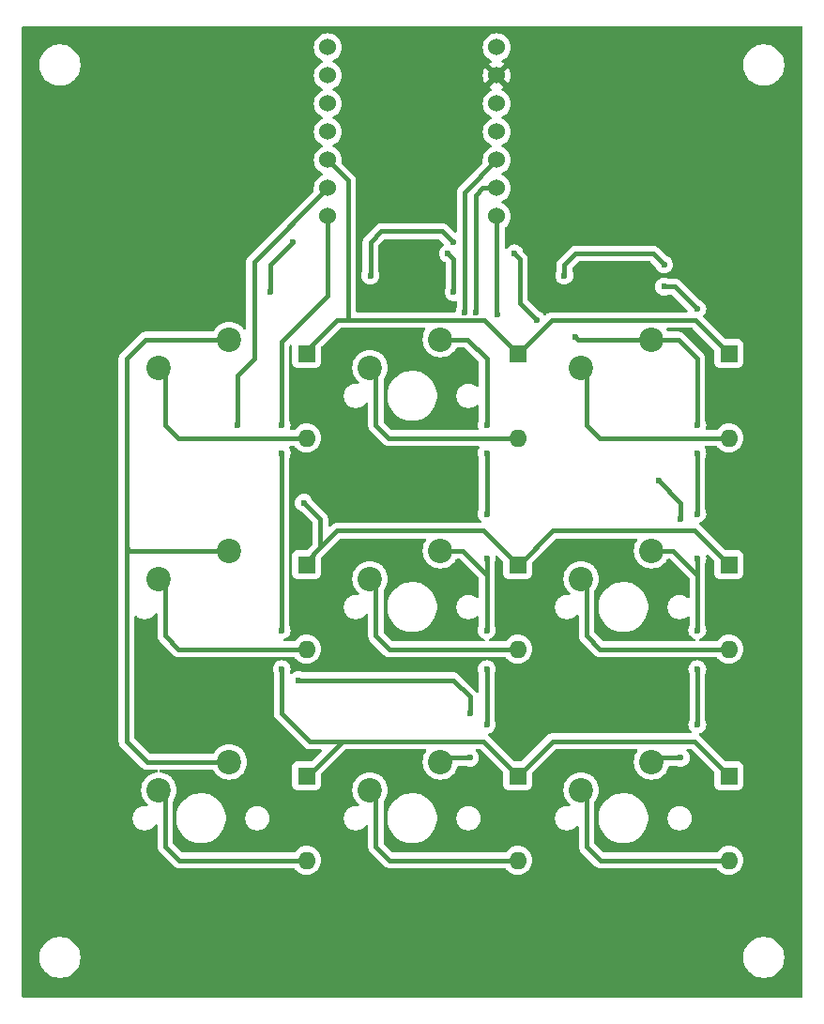
<source format=gbr>
%TF.GenerationSoftware,KiCad,Pcbnew,8.0.8*%
%TF.CreationDate,2025-02-15T18:33:00+00:00*%
%TF.ProjectId,kawaiipad_pcb,6b617761-6969-4706-9164-5f7063622e6b,rev?*%
%TF.SameCoordinates,Original*%
%TF.FileFunction,Copper,L2,Bot*%
%TF.FilePolarity,Positive*%
%FSLAX46Y46*%
G04 Gerber Fmt 4.6, Leading zero omitted, Abs format (unit mm)*
G04 Created by KiCad (PCBNEW 8.0.8) date 2025-02-15 18:33:00*
%MOMM*%
%LPD*%
G01*
G04 APERTURE LIST*
%TA.AperFunction,ComponentPad*%
%ADD10C,2.200000*%
%TD*%
%TA.AperFunction,ComponentPad*%
%ADD11C,1.524000*%
%TD*%
%TA.AperFunction,ComponentPad*%
%ADD12R,1.600000X1.600000*%
%TD*%
%TA.AperFunction,ComponentPad*%
%ADD13O,1.600000X1.600000*%
%TD*%
%TA.AperFunction,ViaPad*%
%ADD14C,0.600000*%
%TD*%
%TA.AperFunction,Conductor*%
%ADD15C,0.400000*%
%TD*%
G04 APERTURE END LIST*
D10*
%TO.P,SW7,1,1*%
%TO.N,Column 0*%
X138271250Y-116363750D03*
%TO.P,SW7,2,2*%
%TO.N,Net-(D7-A)*%
X131921250Y-118903750D03*
%TD*%
D11*
%TO.P,U1,1,GPIO26/ADC0/A0*%
%TO.N,unconnected-(U1-GPIO26{slash}ADC0{slash}A0-Pad1)_1*%
X147161250Y-51911250D03*
%TO.P,U1,2,GPIO27/ADC1/A1*%
%TO.N,unconnected-(U1-GPIO27{slash}ADC1{slash}A1-Pad2)*%
X147161250Y-54451250D03*
%TO.P,U1,3,GPIO28/ADC2/A2*%
%TO.N,unconnected-(U1-GPIO28{slash}ADC2{slash}A2-Pad3)*%
X147161250Y-56991250D03*
%TO.P,U1,4,GPIO29/ADC3/A3*%
%TO.N,LED*%
X147161250Y-59531250D03*
%TO.P,U1,5,GPIO6/SDA*%
%TO.N,Row 0*%
X147161250Y-62071250D03*
%TO.P,U1,6,GPIO7/SCL*%
%TO.N,Row 1*%
X147161250Y-64611250D03*
%TO.P,U1,7,GPIO0/TX*%
%TO.N,Row 2*%
X147161250Y-67151250D03*
%TO.P,U1,8,GPIO1/RX*%
%TO.N,Column 2*%
X162401250Y-67151250D03*
%TO.P,U1,9,GPIO2/SCK*%
%TO.N,Column 1*%
X162401250Y-64611250D03*
%TO.P,U1,10,GPIO4/MISO*%
%TO.N,Column 0*%
X162401250Y-62071250D03*
%TO.P,U1,11,GPIO3/MOSI*%
%TO.N,unconnected-(U1-GPIO3{slash}MOSI-Pad11)_1*%
X162401250Y-59531250D03*
%TO.P,U1,12,3V3*%
%TO.N,unconnected-(U1-3V3-Pad12)*%
X162401250Y-56991250D03*
%TO.P,U1,13,GND*%
%TO.N,GND*%
X162401250Y-54451250D03*
%TO.P,U1,14,VBUS*%
%TO.N,+5V*%
X162401250Y-51911250D03*
%TD*%
D10*
%TO.P,SW8,1,1*%
%TO.N,Column 1*%
X157321250Y-116363750D03*
%TO.P,SW8,2,2*%
%TO.N,Net-(D8-A)*%
X150971250Y-118903750D03*
%TD*%
%TO.P,SW3,1,1*%
%TO.N,Column 2*%
X176371250Y-78263750D03*
%TO.P,SW3,2,2*%
%TO.N,Net-(D3-A)*%
X170021250Y-80803750D03*
%TD*%
%TO.P,SW6,1,1*%
%TO.N,Column 2*%
X176371250Y-97313750D03*
%TO.P,SW6,2,2*%
%TO.N,Net-(D6-A)*%
X170021250Y-99853750D03*
%TD*%
%TO.P,SW4,1,1*%
%TO.N,Column 0*%
X138271250Y-97313750D03*
%TO.P,SW4,2,2*%
%TO.N,Net-(D4-A)*%
X131921250Y-99853750D03*
%TD*%
%TO.P,SW2,1,1*%
%TO.N,Column 1*%
X157321250Y-78263750D03*
%TO.P,SW2,2,2*%
%TO.N,Net-(D2-A)*%
X150971250Y-80803750D03*
%TD*%
%TO.P,SW9,1,1*%
%TO.N,Column 2*%
X176371250Y-116363750D03*
%TO.P,SW9,2,2*%
%TO.N,Net-(D9-A)*%
X170021250Y-118903750D03*
%TD*%
%TO.P,SW1,1,1*%
%TO.N,Column 0*%
X138271250Y-78263750D03*
%TO.P,SW1,2,2*%
%TO.N,Net-(D1-A)*%
X131921250Y-80803750D03*
%TD*%
%TO.P,SW5,1,1*%
%TO.N,Column 1*%
X157321250Y-97313750D03*
%TO.P,SW5,2,2*%
%TO.N,Net-(D5-A)*%
X150971250Y-99853750D03*
%TD*%
D12*
%TO.P,D9,1,K*%
%TO.N,Row 2*%
X183356250Y-117633750D03*
D13*
%TO.P,D9,2,A*%
%TO.N,Net-(D9-A)*%
X183356250Y-125253750D03*
%TD*%
D12*
%TO.P,D5,1,K*%
%TO.N,Row 1*%
X164306250Y-98583750D03*
D13*
%TO.P,D5,2,A*%
%TO.N,Net-(D5-A)*%
X164306250Y-106203750D03*
%TD*%
D12*
%TO.P,D1,1,K*%
%TO.N,Row 0*%
X145256250Y-79533750D03*
D13*
%TO.P,D1,2,A*%
%TO.N,Net-(D1-A)*%
X145256250Y-87153750D03*
%TD*%
D12*
%TO.P,D4,1,K*%
%TO.N,Row 1*%
X145256250Y-98583750D03*
D13*
%TO.P,D4,2,A*%
%TO.N,Net-(D4-A)*%
X145256250Y-106203750D03*
%TD*%
D12*
%TO.P,D7,1,K*%
%TO.N,Row 2*%
X145256250Y-117633750D03*
D13*
%TO.P,D7,2,A*%
%TO.N,Net-(D7-A)*%
X145256250Y-125253750D03*
%TD*%
%TO.P,D3,2,A*%
%TO.N,Net-(D3-A)*%
X183356250Y-87153750D03*
D12*
%TO.P,D3,1,K*%
%TO.N,Row 0*%
X183356250Y-79533750D03*
%TD*%
%TO.P,D6,1,K*%
%TO.N,Row 1*%
X183356250Y-98583750D03*
D13*
%TO.P,D6,2,A*%
%TO.N,Net-(D6-A)*%
X183356250Y-106203750D03*
%TD*%
D12*
%TO.P,D8,1,K*%
%TO.N,Row 2*%
X164306250Y-117633750D03*
D13*
%TO.P,D8,2,A*%
%TO.N,Net-(D8-A)*%
X164306250Y-125253750D03*
%TD*%
D12*
%TO.P,D2,1,K*%
%TO.N,Row 0*%
X164306250Y-79533750D03*
D13*
%TO.P,D2,2,A*%
%TO.N,Net-(D2-A)*%
X164306250Y-87153750D03*
%TD*%
D14*
%TO.N,GND*%
X149000000Y-117000000D03*
X153500000Y-115500000D03*
X171500000Y-116500000D03*
X169500000Y-113000000D03*
X182500000Y-95500000D03*
X179000000Y-100500000D03*
X175000000Y-99500000D03*
%TO.N,+5V*%
X179000000Y-94500000D03*
X177000000Y-91000000D03*
X180500000Y-75500000D03*
X177500000Y-73500000D03*
%TO.N,Net-(D16-DOUT)*%
X160000000Y-112000000D03*
X144500000Y-109000000D03*
%TO.N,Net-(D11-DOUT)*%
X166000000Y-76500000D03*
X164000000Y-70500000D03*
X158500000Y-69500000D03*
X151000000Y-72500000D03*
%TO.N,Net-(D12-DOUT)*%
X168500000Y-72500000D03*
X177500000Y-71500000D03*
%TO.N,Row 1*%
X145000000Y-93000000D03*
X139000000Y-86000000D03*
%TO.N,Row 2*%
X143000000Y-86000000D03*
X143000000Y-104500000D03*
X143000000Y-88500000D03*
X143000000Y-108000000D03*
%TO.N,LED*%
X142000000Y-74000000D03*
X144000000Y-69500000D03*
%TO.N,Net-(D10-DOUT)*%
X158000000Y-70500000D03*
X158500000Y-74000000D03*
%TO.N,Column 0*%
X159500000Y-75800000D03*
%TO.N,Column 1*%
X161500000Y-88500000D03*
X161500000Y-86000000D03*
X161500000Y-113000000D03*
X160500000Y-75800000D03*
X161500000Y-98000000D03*
X160000000Y-116000000D03*
X161500000Y-94000000D03*
X161500000Y-104500000D03*
X161500000Y-108000000D03*
%TO.N,Column 2*%
X180500000Y-98000000D03*
X162500000Y-76000000D03*
X180500000Y-94000000D03*
X180500000Y-104500000D03*
X180500000Y-113000000D03*
X180500000Y-108000000D03*
X180500000Y-86000000D03*
X169500000Y-78000000D03*
X179000000Y-116000000D03*
X180500000Y-88500000D03*
%TD*%
D15*
%TO.N,+5V*%
X179000000Y-93000000D02*
X179000000Y-94500000D01*
X177000000Y-91000000D02*
X179000000Y-93000000D01*
X178500000Y-73500000D02*
X177500000Y-73500000D01*
X180500000Y-75500000D02*
X178500000Y-73500000D01*
%TO.N,Net-(D16-DOUT)*%
X160000000Y-110500000D02*
X160000000Y-112000000D01*
X158500000Y-109000000D02*
X160000000Y-110500000D01*
X144500000Y-109000000D02*
X158500000Y-109000000D01*
%TO.N,Net-(D12-DOUT)*%
X168500000Y-71500000D02*
X168500000Y-72500000D01*
X169500000Y-70500000D02*
X168500000Y-71500000D01*
%TO.N,Net-(D11-DOUT)*%
X164500000Y-75000000D02*
X166000000Y-76500000D01*
X164500000Y-71000000D02*
X164500000Y-75000000D01*
X164000000Y-70500000D02*
X164500000Y-71000000D01*
X157500000Y-68500000D02*
X158500000Y-69500000D01*
X156000000Y-68500000D02*
X157500000Y-68500000D01*
X151000000Y-69500000D02*
X152000000Y-68500000D01*
X152000000Y-68500000D02*
X156000000Y-68500000D01*
X151000000Y-72500000D02*
X151000000Y-69500000D01*
%TO.N,Net-(D12-DOUT)*%
X176500000Y-70500000D02*
X177500000Y-71500000D01*
X169500000Y-70500000D02*
X176500000Y-70500000D01*
%TO.N,Net-(D1-A)*%
X131921250Y-80803750D02*
X132500000Y-81382500D01*
X132500000Y-81382500D02*
X132500000Y-86000000D01*
X133653750Y-87153750D02*
X145256250Y-87153750D01*
X132500000Y-86000000D02*
X133653750Y-87153750D01*
%TO.N,Row 0*%
X145256250Y-79533750D02*
X145256250Y-79243750D01*
X167340000Y-76500000D02*
X180322500Y-76500000D01*
X147161250Y-62071250D02*
X149000000Y-63910000D01*
X164306250Y-79533750D02*
X167340000Y-76500000D01*
X148000000Y-76500000D02*
X149000000Y-76500000D01*
X145256250Y-79243750D02*
X148000000Y-76500000D01*
X180322500Y-76500000D02*
X183356250Y-79533750D01*
X149000000Y-63910000D02*
X149000000Y-76500000D01*
%TO.N,Net-(D2-A)*%
X152653750Y-87153750D02*
X164306250Y-87153750D01*
X151500000Y-86000000D02*
X152653750Y-87153750D01*
X151500000Y-81332500D02*
X151500000Y-86000000D01*
X150971250Y-80803750D02*
X151500000Y-81332500D01*
%TO.N,Net-(D3-A)*%
X171653750Y-87153750D02*
X183356250Y-87153750D01*
X170021250Y-80803750D02*
X170500000Y-81282500D01*
X170500000Y-81282500D02*
X170500000Y-86000000D01*
X170500000Y-86000000D02*
X171653750Y-87153750D01*
%TO.N,Net-(D4-A)*%
X133703750Y-106203750D02*
X145256250Y-106203750D01*
X132500000Y-100432500D02*
X132500000Y-105000000D01*
X132500000Y-105000000D02*
X133703750Y-106203750D01*
X131921250Y-99853750D02*
X132500000Y-100432500D01*
%TO.N,Row 1*%
X161222500Y-95500000D02*
X164306250Y-98583750D01*
X146500000Y-97000000D02*
X148000000Y-95500000D01*
X140500000Y-71272500D02*
X140500000Y-80000000D01*
X146500000Y-94500000D02*
X146500000Y-97000000D01*
X164416250Y-98583750D02*
X167500000Y-95500000D01*
X167500000Y-95500000D02*
X180272500Y-95500000D01*
X164306250Y-98583750D02*
X164416250Y-98583750D01*
X140500000Y-80000000D02*
X139000000Y-81500000D01*
X145256250Y-98583750D02*
X145256250Y-98243750D01*
X148000000Y-95500000D02*
X161222500Y-95500000D01*
X139000000Y-81500000D02*
X139000000Y-86000000D01*
X145256250Y-98243750D02*
X146500000Y-97000000D01*
X145000000Y-93000000D02*
X146500000Y-94500000D01*
X180272500Y-95500000D02*
X183356250Y-98583750D01*
X147161250Y-64611250D02*
X140500000Y-71272500D01*
%TO.N,Net-(D5-A)*%
X151500000Y-105000000D02*
X152703750Y-106203750D01*
X150971250Y-99853750D02*
X151500000Y-100382500D01*
X152703750Y-106203750D02*
X164306250Y-106203750D01*
X151500000Y-100382500D02*
X151500000Y-105000000D01*
%TO.N,Net-(D6-A)*%
X170500000Y-100332500D02*
X170500000Y-105000000D01*
X171703750Y-106203750D02*
X183356250Y-106203750D01*
X170500000Y-105000000D02*
X171703750Y-106203750D01*
X170021250Y-99853750D02*
X170500000Y-100332500D01*
%TO.N,Net-(D7-A)*%
X131921250Y-118903750D02*
X132500000Y-119482500D01*
X132500000Y-119482500D02*
X132500000Y-124000000D01*
X132500000Y-124000000D02*
X133753750Y-125253750D01*
X133753750Y-125253750D02*
X145256250Y-125253750D01*
%TO.N,Row 2*%
X143000000Y-88500000D02*
X143000000Y-104500000D01*
X143000000Y-78500000D02*
X143000000Y-86000000D01*
X143000000Y-112000000D02*
X145500000Y-114500000D01*
X180222500Y-114500000D02*
X183356250Y-117633750D01*
X161172500Y-114500000D02*
X164306250Y-117633750D01*
X147161250Y-74338750D02*
X143000000Y-78500000D01*
X145500000Y-114500000D02*
X148500000Y-114500000D01*
X148500000Y-114500000D02*
X161172500Y-114500000D01*
X143000000Y-108000000D02*
X143000000Y-112000000D01*
X147161250Y-67151250D02*
X147161250Y-74338750D01*
X164306250Y-117633750D02*
X167440000Y-114500000D01*
X145256250Y-117633750D02*
X145366250Y-117633750D01*
X145366250Y-117633750D02*
X148500000Y-114500000D01*
X167440000Y-114500000D02*
X180222500Y-114500000D01*
%TO.N,Net-(D8-A)*%
X151500000Y-124000000D02*
X152753750Y-125253750D01*
X152753750Y-125253750D02*
X164306250Y-125253750D01*
X150971250Y-118903750D02*
X151500000Y-119432500D01*
X151500000Y-119432500D02*
X151500000Y-124000000D01*
%TO.N,Net-(D9-A)*%
X170500000Y-124000000D02*
X171753750Y-125253750D01*
X170021250Y-118903750D02*
X170500000Y-119382500D01*
X170500000Y-119382500D02*
X170500000Y-124000000D01*
X171753750Y-125253750D02*
X183356250Y-125253750D01*
%TO.N,LED*%
X142000000Y-71500000D02*
X142000000Y-74000000D01*
X144000000Y-69500000D02*
X142000000Y-71500000D01*
%TO.N,Net-(D10-DOUT)*%
X158500000Y-71000000D02*
X158500000Y-74000000D01*
X158000000Y-70500000D02*
X158500000Y-71000000D01*
%TO.N,Column 0*%
X129000000Y-97000000D02*
X129000000Y-114500000D01*
X159500000Y-75800000D02*
X159500000Y-64972500D01*
X130863750Y-116363750D02*
X138271250Y-116363750D01*
X129313750Y-97313750D02*
X129000000Y-97000000D01*
X138271250Y-78263750D02*
X130736250Y-78263750D01*
X159500000Y-64972500D02*
X162401250Y-62071250D01*
X129000000Y-80000000D02*
X129000000Y-97000000D01*
X129000000Y-114500000D02*
X130863750Y-116363750D01*
X130736250Y-78263750D02*
X129000000Y-80000000D01*
X138271250Y-97313750D02*
X129313750Y-97313750D01*
%TO.N,Column 1*%
X157321250Y-78263750D02*
X159763750Y-78263750D01*
X160000000Y-116000000D02*
X157685000Y-116000000D01*
X161145000Y-64611250D02*
X162401250Y-64611250D01*
X157685000Y-116000000D02*
X157321250Y-116363750D01*
X159763750Y-78263750D02*
X161500000Y-80000000D01*
X161500000Y-98000000D02*
X161500000Y-99500000D01*
X157321250Y-97313750D02*
X159313750Y-97313750D01*
X160500000Y-65256250D02*
X161145000Y-64611250D01*
X161500000Y-108000000D02*
X161500000Y-113000000D01*
X161500000Y-80000000D02*
X161500000Y-86000000D01*
X161500000Y-88500000D02*
X161500000Y-94000000D01*
X160500000Y-75800000D02*
X160500000Y-65256250D01*
X161500000Y-99500000D02*
X161500000Y-104500000D01*
X159313750Y-97313750D02*
X161500000Y-99500000D01*
%TO.N,Column 2*%
X162401250Y-67151250D02*
X162401250Y-75901250D01*
X180500000Y-80000000D02*
X180500000Y-86000000D01*
X178763750Y-78263750D02*
X180500000Y-80000000D01*
X162401250Y-75901250D02*
X162500000Y-76000000D01*
X180500000Y-108000000D02*
X180500000Y-113000000D01*
X180500000Y-99500000D02*
X180500000Y-104500000D01*
X178313750Y-97313750D02*
X180500000Y-99500000D01*
X176735000Y-116000000D02*
X176371250Y-116363750D01*
X179000000Y-116000000D02*
X176735000Y-116000000D01*
X180500000Y-98000000D02*
X180500000Y-99500000D01*
X176371250Y-97313750D02*
X178313750Y-97313750D01*
X176371250Y-78263750D02*
X178763750Y-78263750D01*
X180500000Y-88500000D02*
X180500000Y-94000000D01*
%TO.N,Row 0*%
X161272500Y-76500000D02*
X164306250Y-79533750D01*
X149000000Y-76500000D02*
X161272500Y-76500000D01*
%TO.N,Column 2*%
X176371250Y-78263750D02*
X169763750Y-78263750D01*
X169763750Y-78263750D02*
X169500000Y-78000000D01*
%TD*%
%TA.AperFunction,Conductor*%
%TO.N,GND*%
G36*
X189942539Y-50025935D02*
G01*
X189988294Y-50078739D01*
X189999500Y-50130250D01*
X189999500Y-137488000D01*
X189979815Y-137555039D01*
X189927011Y-137600794D01*
X189875500Y-137612000D01*
X119687000Y-137612000D01*
X119619961Y-137592315D01*
X119574206Y-137539511D01*
X119563000Y-137488000D01*
X119563000Y-133878711D01*
X121149500Y-133878711D01*
X121149500Y-134121288D01*
X121181161Y-134361785D01*
X121243947Y-134596104D01*
X121336773Y-134820205D01*
X121336776Y-134820212D01*
X121458064Y-135030289D01*
X121458066Y-135030292D01*
X121458067Y-135030293D01*
X121605733Y-135222736D01*
X121605739Y-135222743D01*
X121777256Y-135394260D01*
X121777262Y-135394265D01*
X121969711Y-135541936D01*
X122179788Y-135663224D01*
X122403900Y-135756054D01*
X122638211Y-135818838D01*
X122818586Y-135842584D01*
X122878711Y-135850500D01*
X122878712Y-135850500D01*
X123121289Y-135850500D01*
X123169388Y-135844167D01*
X123361789Y-135818838D01*
X123596100Y-135756054D01*
X123820212Y-135663224D01*
X124030289Y-135541936D01*
X124222738Y-135394265D01*
X124394265Y-135222738D01*
X124541936Y-135030289D01*
X124663224Y-134820212D01*
X124756054Y-134596100D01*
X124818838Y-134361789D01*
X124850500Y-134121288D01*
X124850500Y-133878712D01*
X124850500Y-133878711D01*
X184649500Y-133878711D01*
X184649500Y-134121288D01*
X184681161Y-134361785D01*
X184743947Y-134596104D01*
X184836773Y-134820205D01*
X184836776Y-134820212D01*
X184958064Y-135030289D01*
X184958066Y-135030292D01*
X184958067Y-135030293D01*
X185105733Y-135222736D01*
X185105739Y-135222743D01*
X185277256Y-135394260D01*
X185277262Y-135394265D01*
X185469711Y-135541936D01*
X185679788Y-135663224D01*
X185903900Y-135756054D01*
X186138211Y-135818838D01*
X186318586Y-135842584D01*
X186378711Y-135850500D01*
X186378712Y-135850500D01*
X186621289Y-135850500D01*
X186669388Y-135844167D01*
X186861789Y-135818838D01*
X187096100Y-135756054D01*
X187320212Y-135663224D01*
X187530289Y-135541936D01*
X187722738Y-135394265D01*
X187894265Y-135222738D01*
X188041936Y-135030289D01*
X188163224Y-134820212D01*
X188256054Y-134596100D01*
X188318838Y-134361789D01*
X188350500Y-134121288D01*
X188350500Y-133878712D01*
X188318838Y-133638211D01*
X188256054Y-133403900D01*
X188163224Y-133179788D01*
X188041936Y-132969711D01*
X187894265Y-132777262D01*
X187894260Y-132777256D01*
X187722743Y-132605739D01*
X187722736Y-132605733D01*
X187530293Y-132458067D01*
X187530292Y-132458066D01*
X187530289Y-132458064D01*
X187320212Y-132336776D01*
X187320205Y-132336773D01*
X187096104Y-132243947D01*
X186861785Y-132181161D01*
X186621289Y-132149500D01*
X186621288Y-132149500D01*
X186378712Y-132149500D01*
X186378711Y-132149500D01*
X186138214Y-132181161D01*
X185903895Y-132243947D01*
X185679794Y-132336773D01*
X185679785Y-132336777D01*
X185469706Y-132458067D01*
X185277263Y-132605733D01*
X185277256Y-132605739D01*
X185105739Y-132777256D01*
X185105733Y-132777263D01*
X184958067Y-132969706D01*
X184836777Y-133179785D01*
X184836773Y-133179794D01*
X184743947Y-133403895D01*
X184681161Y-133638214D01*
X184649500Y-133878711D01*
X124850500Y-133878711D01*
X124818838Y-133638211D01*
X124756054Y-133403900D01*
X124663224Y-133179788D01*
X124541936Y-132969711D01*
X124394265Y-132777262D01*
X124394260Y-132777256D01*
X124222743Y-132605739D01*
X124222736Y-132605733D01*
X124030293Y-132458067D01*
X124030292Y-132458066D01*
X124030289Y-132458064D01*
X123820212Y-132336776D01*
X123820205Y-132336773D01*
X123596104Y-132243947D01*
X123361785Y-132181161D01*
X123121289Y-132149500D01*
X123121288Y-132149500D01*
X122878712Y-132149500D01*
X122878711Y-132149500D01*
X122638214Y-132181161D01*
X122403895Y-132243947D01*
X122179794Y-132336773D01*
X122179785Y-132336777D01*
X121969706Y-132458067D01*
X121777263Y-132605733D01*
X121777256Y-132605739D01*
X121605739Y-132777256D01*
X121605733Y-132777263D01*
X121458067Y-132969706D01*
X121336777Y-133179785D01*
X121336773Y-133179794D01*
X121243947Y-133403895D01*
X121181161Y-133638214D01*
X121149500Y-133878711D01*
X119563000Y-133878711D01*
X119563000Y-114568996D01*
X128299499Y-114568996D01*
X128326418Y-114704322D01*
X128326421Y-114704332D01*
X128379222Y-114831807D01*
X128455887Y-114946545D01*
X130417204Y-116907862D01*
X130531942Y-116984527D01*
X130659417Y-117037328D01*
X130659422Y-117037330D01*
X130659426Y-117037330D01*
X130659427Y-117037331D01*
X130794754Y-117064250D01*
X130794757Y-117064250D01*
X130932744Y-117064250D01*
X131739145Y-117064250D01*
X131806184Y-117083935D01*
X131851939Y-117136739D01*
X131861883Y-117205897D01*
X131832858Y-117269453D01*
X131774080Y-117307227D01*
X131748879Y-117311867D01*
X131698413Y-117315838D01*
X131670098Y-117318067D01*
X131425139Y-117376876D01*
X131192390Y-117473283D01*
X130977596Y-117604910D01*
X130977593Y-117604911D01*
X130786026Y-117768526D01*
X130622411Y-117960093D01*
X130622410Y-117960096D01*
X130490783Y-118174890D01*
X130394376Y-118407639D01*
X130335567Y-118652598D01*
X130315801Y-118903750D01*
X130335567Y-119154901D01*
X130394376Y-119399860D01*
X130490783Y-119632609D01*
X130622410Y-119847403D01*
X130622411Y-119847406D01*
X130662289Y-119894097D01*
X130786026Y-120038974D01*
X130900033Y-120136345D01*
X130938226Y-120194852D01*
X130938724Y-120264720D01*
X130901371Y-120323766D01*
X130838024Y-120353244D01*
X130800104Y-120353108D01*
X130737861Y-120343250D01*
X130564639Y-120343250D01*
X130524978Y-120349531D01*
X130393552Y-120370347D01*
X130228802Y-120423878D01*
X130074461Y-120502518D01*
X129994506Y-120560609D01*
X129934322Y-120604336D01*
X129934320Y-120604338D01*
X129934319Y-120604338D01*
X129811838Y-120726819D01*
X129811838Y-120726820D01*
X129811836Y-120726822D01*
X129768109Y-120787006D01*
X129710018Y-120866961D01*
X129631378Y-121021302D01*
X129577847Y-121186052D01*
X129560396Y-121296236D01*
X129550750Y-121357139D01*
X129550750Y-121530361D01*
X129577848Y-121701451D01*
X129631377Y-121866195D01*
X129710018Y-122020538D01*
X129811836Y-122160678D01*
X129934322Y-122283164D01*
X130074462Y-122384982D01*
X130228805Y-122463623D01*
X130393549Y-122517152D01*
X130564639Y-122544250D01*
X130564640Y-122544250D01*
X130737860Y-122544250D01*
X130737861Y-122544250D01*
X130908951Y-122517152D01*
X131073695Y-122463623D01*
X131228038Y-122384982D01*
X131368178Y-122283164D01*
X131490664Y-122160678D01*
X131575182Y-122044348D01*
X131630512Y-122001684D01*
X131700126Y-121995705D01*
X131761921Y-122028311D01*
X131796278Y-122089150D01*
X131799500Y-122117235D01*
X131799500Y-123931006D01*
X131799500Y-124068994D01*
X131799500Y-124068996D01*
X131799499Y-124068996D01*
X131826418Y-124204322D01*
X131826421Y-124204332D01*
X131879222Y-124331807D01*
X131955887Y-124446545D01*
X133307204Y-125797862D01*
X133421940Y-125874526D01*
X133520540Y-125915367D01*
X133549421Y-125927330D01*
X133549422Y-125927330D01*
X133549427Y-125927332D01*
X133576295Y-125932675D01*
X133576301Y-125932676D01*
X133576341Y-125932684D01*
X133666687Y-125950655D01*
X133684756Y-125954250D01*
X133684757Y-125954250D01*
X144094577Y-125954250D01*
X144161616Y-125973935D01*
X144196152Y-126007127D01*
X144256204Y-126092891D01*
X144417108Y-126253795D01*
X144417111Y-126253797D01*
X144603516Y-126384318D01*
X144809754Y-126480489D01*
X145029558Y-126539385D01*
X145191480Y-126553551D01*
X145256248Y-126559218D01*
X145256250Y-126559218D01*
X145256252Y-126559218D01*
X145312923Y-126554259D01*
X145482942Y-126539385D01*
X145702746Y-126480489D01*
X145908984Y-126384318D01*
X146095389Y-126253797D01*
X146256297Y-126092889D01*
X146386818Y-125906484D01*
X146482989Y-125700246D01*
X146541885Y-125480442D01*
X146561718Y-125253750D01*
X146541885Y-125027058D01*
X146482989Y-124807254D01*
X146386818Y-124601016D01*
X146256297Y-124414611D01*
X146256295Y-124414608D01*
X146095391Y-124253704D01*
X145908984Y-124123182D01*
X145908982Y-124123181D01*
X145702747Y-124027011D01*
X145702738Y-124027008D01*
X145482947Y-123968116D01*
X145482943Y-123968115D01*
X145482942Y-123968115D01*
X145482941Y-123968114D01*
X145482936Y-123968114D01*
X145256252Y-123948282D01*
X145256248Y-123948282D01*
X145029563Y-123968114D01*
X145029552Y-123968116D01*
X144809761Y-124027008D01*
X144809752Y-124027011D01*
X144603517Y-124123181D01*
X144603515Y-124123182D01*
X144417108Y-124253704D01*
X144256204Y-124414608D01*
X144196152Y-124500373D01*
X144141575Y-124543998D01*
X144094577Y-124553250D01*
X134095269Y-124553250D01*
X134028230Y-124533565D01*
X134007588Y-124516931D01*
X133236819Y-123746162D01*
X133203334Y-123684839D01*
X133200500Y-123658481D01*
X133200500Y-121296236D01*
X133480750Y-121296236D01*
X133480750Y-121591263D01*
X133505449Y-121778860D01*
X133519257Y-121883743D01*
X133595611Y-122168701D01*
X133595614Y-122168711D01*
X133708504Y-122441250D01*
X133708508Y-122441260D01*
X133856011Y-122696743D01*
X134035602Y-122930790D01*
X134035608Y-122930797D01*
X134244202Y-123139391D01*
X134244209Y-123139397D01*
X134478256Y-123318988D01*
X134733739Y-123466491D01*
X134733740Y-123466491D01*
X134733743Y-123466493D01*
X135006298Y-123579389D01*
X135291257Y-123655743D01*
X135583744Y-123694250D01*
X135583751Y-123694250D01*
X135878749Y-123694250D01*
X135878756Y-123694250D01*
X136171243Y-123655743D01*
X136456202Y-123579389D01*
X136728757Y-123466493D01*
X136984244Y-123318988D01*
X137218292Y-123139396D01*
X137426896Y-122930792D01*
X137606488Y-122696744D01*
X137753993Y-122441257D01*
X137866889Y-122168702D01*
X137943243Y-121883743D01*
X137981750Y-121591256D01*
X137981750Y-121357139D01*
X139710750Y-121357139D01*
X139710750Y-121530361D01*
X139737848Y-121701451D01*
X139791377Y-121866195D01*
X139870018Y-122020538D01*
X139971836Y-122160678D01*
X140094322Y-122283164D01*
X140234462Y-122384982D01*
X140388805Y-122463623D01*
X140553549Y-122517152D01*
X140724639Y-122544250D01*
X140724640Y-122544250D01*
X140897860Y-122544250D01*
X140897861Y-122544250D01*
X141068951Y-122517152D01*
X141233695Y-122463623D01*
X141388038Y-122384982D01*
X141528178Y-122283164D01*
X141650664Y-122160678D01*
X141752482Y-122020538D01*
X141831123Y-121866195D01*
X141884652Y-121701451D01*
X141911750Y-121530361D01*
X141911750Y-121357139D01*
X148600750Y-121357139D01*
X148600750Y-121530361D01*
X148627848Y-121701451D01*
X148681377Y-121866195D01*
X148760018Y-122020538D01*
X148861836Y-122160678D01*
X148984322Y-122283164D01*
X149124462Y-122384982D01*
X149278805Y-122463623D01*
X149443549Y-122517152D01*
X149614639Y-122544250D01*
X149614640Y-122544250D01*
X149787860Y-122544250D01*
X149787861Y-122544250D01*
X149958951Y-122517152D01*
X150123695Y-122463623D01*
X150278038Y-122384982D01*
X150418178Y-122283164D01*
X150540664Y-122160678D01*
X150575182Y-122113167D01*
X150630512Y-122070502D01*
X150700125Y-122064523D01*
X150761920Y-122097129D01*
X150796277Y-122157967D01*
X150799500Y-122186053D01*
X150799500Y-123931006D01*
X150799500Y-124068994D01*
X150799500Y-124068996D01*
X150799499Y-124068996D01*
X150826418Y-124204322D01*
X150826421Y-124204332D01*
X150879222Y-124331807D01*
X150955887Y-124446545D01*
X152307204Y-125797862D01*
X152421940Y-125874526D01*
X152520540Y-125915367D01*
X152549421Y-125927330D01*
X152549422Y-125927330D01*
X152549427Y-125927332D01*
X152576295Y-125932675D01*
X152576301Y-125932676D01*
X152576341Y-125932684D01*
X152666687Y-125950655D01*
X152684756Y-125954250D01*
X152684757Y-125954250D01*
X163144577Y-125954250D01*
X163211616Y-125973935D01*
X163246152Y-126007127D01*
X163306204Y-126092891D01*
X163467108Y-126253795D01*
X163467111Y-126253797D01*
X163653516Y-126384318D01*
X163859754Y-126480489D01*
X164079558Y-126539385D01*
X164241480Y-126553551D01*
X164306248Y-126559218D01*
X164306250Y-126559218D01*
X164306252Y-126559218D01*
X164362923Y-126554259D01*
X164532942Y-126539385D01*
X164752746Y-126480489D01*
X164958984Y-126384318D01*
X165145389Y-126253797D01*
X165306297Y-126092889D01*
X165436818Y-125906484D01*
X165532989Y-125700246D01*
X165591885Y-125480442D01*
X165611718Y-125253750D01*
X165591885Y-125027058D01*
X165532989Y-124807254D01*
X165436818Y-124601016D01*
X165306297Y-124414611D01*
X165306295Y-124414608D01*
X165145391Y-124253704D01*
X164958984Y-124123182D01*
X164958982Y-124123181D01*
X164752747Y-124027011D01*
X164752738Y-124027008D01*
X164532947Y-123968116D01*
X164532943Y-123968115D01*
X164532942Y-123968115D01*
X164532941Y-123968114D01*
X164532936Y-123968114D01*
X164306252Y-123948282D01*
X164306248Y-123948282D01*
X164079563Y-123968114D01*
X164079552Y-123968116D01*
X163859761Y-124027008D01*
X163859752Y-124027011D01*
X163653517Y-124123181D01*
X163653515Y-124123182D01*
X163467108Y-124253704D01*
X163306204Y-124414608D01*
X163246152Y-124500373D01*
X163191575Y-124543998D01*
X163144577Y-124553250D01*
X153095269Y-124553250D01*
X153028230Y-124533565D01*
X153007588Y-124516931D01*
X152236819Y-123746162D01*
X152203334Y-123684839D01*
X152200500Y-123658481D01*
X152200500Y-121296236D01*
X152530750Y-121296236D01*
X152530750Y-121591263D01*
X152555449Y-121778860D01*
X152569257Y-121883743D01*
X152645611Y-122168701D01*
X152645614Y-122168711D01*
X152758504Y-122441250D01*
X152758508Y-122441260D01*
X152906011Y-122696743D01*
X153085602Y-122930790D01*
X153085608Y-122930797D01*
X153294202Y-123139391D01*
X153294209Y-123139397D01*
X153528256Y-123318988D01*
X153783739Y-123466491D01*
X153783740Y-123466491D01*
X153783743Y-123466493D01*
X154056298Y-123579389D01*
X154341257Y-123655743D01*
X154633744Y-123694250D01*
X154633751Y-123694250D01*
X154928749Y-123694250D01*
X154928756Y-123694250D01*
X155221243Y-123655743D01*
X155506202Y-123579389D01*
X155778757Y-123466493D01*
X156034244Y-123318988D01*
X156268292Y-123139396D01*
X156476896Y-122930792D01*
X156656488Y-122696744D01*
X156803993Y-122441257D01*
X156916889Y-122168702D01*
X156993243Y-121883743D01*
X157031750Y-121591256D01*
X157031750Y-121357139D01*
X158760750Y-121357139D01*
X158760750Y-121530361D01*
X158787848Y-121701451D01*
X158841377Y-121866195D01*
X158920018Y-122020538D01*
X159021836Y-122160678D01*
X159144322Y-122283164D01*
X159284462Y-122384982D01*
X159438805Y-122463623D01*
X159603549Y-122517152D01*
X159774639Y-122544250D01*
X159774640Y-122544250D01*
X159947860Y-122544250D01*
X159947861Y-122544250D01*
X160118951Y-122517152D01*
X160283695Y-122463623D01*
X160438038Y-122384982D01*
X160578178Y-122283164D01*
X160700664Y-122160678D01*
X160802482Y-122020538D01*
X160881123Y-121866195D01*
X160934652Y-121701451D01*
X160961750Y-121530361D01*
X160961750Y-121357139D01*
X167650750Y-121357139D01*
X167650750Y-121530361D01*
X167677848Y-121701451D01*
X167731377Y-121866195D01*
X167810018Y-122020538D01*
X167911836Y-122160678D01*
X168034322Y-122283164D01*
X168174462Y-122384982D01*
X168328805Y-122463623D01*
X168493549Y-122517152D01*
X168664639Y-122544250D01*
X168664640Y-122544250D01*
X168837860Y-122544250D01*
X168837861Y-122544250D01*
X169008951Y-122517152D01*
X169173695Y-122463623D01*
X169328038Y-122384982D01*
X169468178Y-122283164D01*
X169587819Y-122163523D01*
X169649142Y-122130038D01*
X169718834Y-122135022D01*
X169774767Y-122176894D01*
X169799184Y-122242358D01*
X169799500Y-122251204D01*
X169799500Y-123931006D01*
X169799500Y-124068994D01*
X169799500Y-124068996D01*
X169799499Y-124068996D01*
X169826418Y-124204322D01*
X169826421Y-124204332D01*
X169879222Y-124331807D01*
X169955887Y-124446545D01*
X171307204Y-125797862D01*
X171421940Y-125874526D01*
X171520540Y-125915367D01*
X171549421Y-125927330D01*
X171549422Y-125927330D01*
X171549427Y-125927332D01*
X171576295Y-125932675D01*
X171576301Y-125932676D01*
X171576341Y-125932684D01*
X171666687Y-125950655D01*
X171684756Y-125954250D01*
X171684757Y-125954250D01*
X182194577Y-125954250D01*
X182261616Y-125973935D01*
X182296152Y-126007127D01*
X182356204Y-126092891D01*
X182517108Y-126253795D01*
X182517111Y-126253797D01*
X182703516Y-126384318D01*
X182909754Y-126480489D01*
X183129558Y-126539385D01*
X183291480Y-126553551D01*
X183356248Y-126559218D01*
X183356250Y-126559218D01*
X183356252Y-126559218D01*
X183412923Y-126554259D01*
X183582942Y-126539385D01*
X183802746Y-126480489D01*
X184008984Y-126384318D01*
X184195389Y-126253797D01*
X184356297Y-126092889D01*
X184486818Y-125906484D01*
X184582989Y-125700246D01*
X184641885Y-125480442D01*
X184661718Y-125253750D01*
X184641885Y-125027058D01*
X184582989Y-124807254D01*
X184486818Y-124601016D01*
X184356297Y-124414611D01*
X184356295Y-124414608D01*
X184195391Y-124253704D01*
X184008984Y-124123182D01*
X184008982Y-124123181D01*
X183802747Y-124027011D01*
X183802738Y-124027008D01*
X183582947Y-123968116D01*
X183582943Y-123968115D01*
X183582942Y-123968115D01*
X183582941Y-123968114D01*
X183582936Y-123968114D01*
X183356252Y-123948282D01*
X183356248Y-123948282D01*
X183129563Y-123968114D01*
X183129552Y-123968116D01*
X182909761Y-124027008D01*
X182909752Y-124027011D01*
X182703517Y-124123181D01*
X182703515Y-124123182D01*
X182517108Y-124253704D01*
X182356204Y-124414608D01*
X182296152Y-124500373D01*
X182241575Y-124543998D01*
X182194577Y-124553250D01*
X172095269Y-124553250D01*
X172028230Y-124533565D01*
X172007588Y-124516931D01*
X171236819Y-123746162D01*
X171203334Y-123684839D01*
X171200500Y-123658481D01*
X171200500Y-121296236D01*
X171580750Y-121296236D01*
X171580750Y-121591263D01*
X171605449Y-121778860D01*
X171619257Y-121883743D01*
X171695611Y-122168701D01*
X171695614Y-122168711D01*
X171808504Y-122441250D01*
X171808508Y-122441260D01*
X171956011Y-122696743D01*
X172135602Y-122930790D01*
X172135608Y-122930797D01*
X172344202Y-123139391D01*
X172344209Y-123139397D01*
X172578256Y-123318988D01*
X172833739Y-123466491D01*
X172833740Y-123466491D01*
X172833743Y-123466493D01*
X173106298Y-123579389D01*
X173391257Y-123655743D01*
X173683744Y-123694250D01*
X173683751Y-123694250D01*
X173978749Y-123694250D01*
X173978756Y-123694250D01*
X174271243Y-123655743D01*
X174556202Y-123579389D01*
X174828757Y-123466493D01*
X175084244Y-123318988D01*
X175318292Y-123139396D01*
X175526896Y-122930792D01*
X175706488Y-122696744D01*
X175853993Y-122441257D01*
X175966889Y-122168702D01*
X176043243Y-121883743D01*
X176081750Y-121591256D01*
X176081750Y-121357139D01*
X177810750Y-121357139D01*
X177810750Y-121530361D01*
X177837848Y-121701451D01*
X177891377Y-121866195D01*
X177970018Y-122020538D01*
X178071836Y-122160678D01*
X178194322Y-122283164D01*
X178334462Y-122384982D01*
X178488805Y-122463623D01*
X178653549Y-122517152D01*
X178824639Y-122544250D01*
X178824640Y-122544250D01*
X178997860Y-122544250D01*
X178997861Y-122544250D01*
X179168951Y-122517152D01*
X179333695Y-122463623D01*
X179488038Y-122384982D01*
X179628178Y-122283164D01*
X179750664Y-122160678D01*
X179852482Y-122020538D01*
X179931123Y-121866195D01*
X179984652Y-121701451D01*
X180011750Y-121530361D01*
X180011750Y-121357139D01*
X179984652Y-121186049D01*
X179931123Y-121021305D01*
X179852482Y-120866962D01*
X179750664Y-120726822D01*
X179628178Y-120604336D01*
X179488038Y-120502518D01*
X179333695Y-120423877D01*
X179168951Y-120370348D01*
X179168949Y-120370347D01*
X179168948Y-120370347D01*
X179037521Y-120349531D01*
X178997861Y-120343250D01*
X178824639Y-120343250D01*
X178784978Y-120349531D01*
X178653552Y-120370347D01*
X178488802Y-120423878D01*
X178334461Y-120502518D01*
X178254506Y-120560609D01*
X178194322Y-120604336D01*
X178194320Y-120604338D01*
X178194319Y-120604338D01*
X178071838Y-120726819D01*
X178071838Y-120726820D01*
X178071836Y-120726822D01*
X178028109Y-120787006D01*
X177970018Y-120866961D01*
X177891378Y-121021302D01*
X177837847Y-121186052D01*
X177820396Y-121296236D01*
X177810750Y-121357139D01*
X176081750Y-121357139D01*
X176081750Y-121296244D01*
X176043243Y-121003757D01*
X175966889Y-120718798D01*
X175853993Y-120446243D01*
X175789314Y-120334216D01*
X175706488Y-120190756D01*
X175526897Y-119956709D01*
X175526891Y-119956702D01*
X175318297Y-119748108D01*
X175318290Y-119748102D01*
X175084243Y-119568511D01*
X174828760Y-119421008D01*
X174828750Y-119421004D01*
X174556211Y-119308114D01*
X174556204Y-119308112D01*
X174556202Y-119308111D01*
X174271243Y-119231757D01*
X174222363Y-119225321D01*
X173978763Y-119193250D01*
X173978756Y-119193250D01*
X173683744Y-119193250D01*
X173683736Y-119193250D01*
X173405335Y-119229903D01*
X173391257Y-119231757D01*
X173106298Y-119308111D01*
X173106288Y-119308114D01*
X172833749Y-119421004D01*
X172833739Y-119421008D01*
X172578256Y-119568511D01*
X172344209Y-119748102D01*
X172344202Y-119748108D01*
X172135608Y-119956702D01*
X172135602Y-119956709D01*
X171956011Y-120190756D01*
X171808508Y-120446239D01*
X171808504Y-120446249D01*
X171695614Y-120718788D01*
X171695611Y-120718798D01*
X171619258Y-121003754D01*
X171619256Y-121003765D01*
X171580750Y-121296236D01*
X171200500Y-121296236D01*
X171200500Y-120033172D01*
X171220185Y-119966133D01*
X171230210Y-119952641D01*
X171300500Y-119870341D01*
X171320086Y-119847409D01*
X171451716Y-119632609D01*
X171548123Y-119399861D01*
X171606933Y-119154898D01*
X171626699Y-118903750D01*
X171606933Y-118652602D01*
X171548123Y-118407639D01*
X171451716Y-118174891D01*
X171451716Y-118174890D01*
X171320089Y-117960096D01*
X171320088Y-117960093D01*
X171178415Y-117794216D01*
X171156474Y-117768526D01*
X171029821Y-117660354D01*
X170964906Y-117604911D01*
X170964903Y-117604910D01*
X170750109Y-117473283D01*
X170517360Y-117376876D01*
X170272401Y-117318067D01*
X170021250Y-117298301D01*
X169770098Y-117318067D01*
X169525139Y-117376876D01*
X169292390Y-117473283D01*
X169077596Y-117604910D01*
X169077593Y-117604911D01*
X168886026Y-117768526D01*
X168722411Y-117960093D01*
X168722410Y-117960096D01*
X168590783Y-118174890D01*
X168494376Y-118407639D01*
X168435567Y-118652598D01*
X168415801Y-118903750D01*
X168435567Y-119154901D01*
X168494376Y-119399860D01*
X168590783Y-119632609D01*
X168722410Y-119847403D01*
X168722411Y-119847406D01*
X168762289Y-119894097D01*
X168886026Y-120038974D01*
X169000033Y-120136345D01*
X169038226Y-120194852D01*
X169038724Y-120264720D01*
X169001371Y-120323766D01*
X168938024Y-120353244D01*
X168900104Y-120353108D01*
X168837861Y-120343250D01*
X168664639Y-120343250D01*
X168624978Y-120349531D01*
X168493552Y-120370347D01*
X168328802Y-120423878D01*
X168174461Y-120502518D01*
X168094506Y-120560609D01*
X168034322Y-120604336D01*
X168034320Y-120604338D01*
X168034319Y-120604338D01*
X167911838Y-120726819D01*
X167911838Y-120726820D01*
X167911836Y-120726822D01*
X167868109Y-120787006D01*
X167810018Y-120866961D01*
X167731378Y-121021302D01*
X167677847Y-121186052D01*
X167660396Y-121296236D01*
X167650750Y-121357139D01*
X160961750Y-121357139D01*
X160934652Y-121186049D01*
X160881123Y-121021305D01*
X160802482Y-120866962D01*
X160700664Y-120726822D01*
X160578178Y-120604336D01*
X160438038Y-120502518D01*
X160283695Y-120423877D01*
X160118951Y-120370348D01*
X160118949Y-120370347D01*
X160118948Y-120370347D01*
X159987521Y-120349531D01*
X159947861Y-120343250D01*
X159774639Y-120343250D01*
X159734978Y-120349531D01*
X159603552Y-120370347D01*
X159438802Y-120423878D01*
X159284461Y-120502518D01*
X159204506Y-120560609D01*
X159144322Y-120604336D01*
X159144320Y-120604338D01*
X159144319Y-120604338D01*
X159021838Y-120726819D01*
X159021838Y-120726820D01*
X159021836Y-120726822D01*
X158978109Y-120787006D01*
X158920018Y-120866961D01*
X158841378Y-121021302D01*
X158787847Y-121186052D01*
X158770396Y-121296236D01*
X158760750Y-121357139D01*
X157031750Y-121357139D01*
X157031750Y-121296244D01*
X156993243Y-121003757D01*
X156916889Y-120718798D01*
X156803993Y-120446243D01*
X156739314Y-120334216D01*
X156656488Y-120190756D01*
X156476897Y-119956709D01*
X156476891Y-119956702D01*
X156268297Y-119748108D01*
X156268290Y-119748102D01*
X156034243Y-119568511D01*
X155778760Y-119421008D01*
X155778750Y-119421004D01*
X155506211Y-119308114D01*
X155506204Y-119308112D01*
X155506202Y-119308111D01*
X155221243Y-119231757D01*
X155172363Y-119225321D01*
X154928763Y-119193250D01*
X154928756Y-119193250D01*
X154633744Y-119193250D01*
X154633736Y-119193250D01*
X154355335Y-119229903D01*
X154341257Y-119231757D01*
X154056298Y-119308111D01*
X154056288Y-119308114D01*
X153783749Y-119421004D01*
X153783739Y-119421008D01*
X153528256Y-119568511D01*
X153294209Y-119748102D01*
X153294202Y-119748108D01*
X153085608Y-119956702D01*
X153085602Y-119956709D01*
X152906011Y-120190756D01*
X152758508Y-120446239D01*
X152758504Y-120446249D01*
X152645614Y-120718788D01*
X152645611Y-120718798D01*
X152569258Y-121003754D01*
X152569256Y-121003765D01*
X152530750Y-121296236D01*
X152200500Y-121296236D01*
X152200500Y-119974629D01*
X152220185Y-119907590D01*
X152230210Y-119894097D01*
X152270086Y-119847409D01*
X152401716Y-119632609D01*
X152498123Y-119399861D01*
X152556933Y-119154898D01*
X152576699Y-118903750D01*
X152556933Y-118652602D01*
X152498123Y-118407639D01*
X152401716Y-118174891D01*
X152401716Y-118174890D01*
X152270089Y-117960096D01*
X152270088Y-117960093D01*
X152128415Y-117794216D01*
X152106474Y-117768526D01*
X151979821Y-117660354D01*
X151914906Y-117604911D01*
X151914903Y-117604910D01*
X151700109Y-117473283D01*
X151467360Y-117376876D01*
X151222401Y-117318067D01*
X150971250Y-117298301D01*
X150720098Y-117318067D01*
X150475139Y-117376876D01*
X150242390Y-117473283D01*
X150027596Y-117604910D01*
X150027593Y-117604911D01*
X149836026Y-117768526D01*
X149672411Y-117960093D01*
X149672410Y-117960096D01*
X149540783Y-118174890D01*
X149444376Y-118407639D01*
X149385567Y-118652598D01*
X149365801Y-118903750D01*
X149385567Y-119154901D01*
X149444376Y-119399860D01*
X149540783Y-119632609D01*
X149672410Y-119847403D01*
X149672411Y-119847406D01*
X149712289Y-119894097D01*
X149836026Y-120038974D01*
X149950033Y-120136345D01*
X149988226Y-120194852D01*
X149988724Y-120264720D01*
X149951371Y-120323766D01*
X149888024Y-120353244D01*
X149850104Y-120353108D01*
X149787861Y-120343250D01*
X149614639Y-120343250D01*
X149574978Y-120349531D01*
X149443552Y-120370347D01*
X149278802Y-120423878D01*
X149124461Y-120502518D01*
X149044506Y-120560609D01*
X148984322Y-120604336D01*
X148984320Y-120604338D01*
X148984319Y-120604338D01*
X148861838Y-120726819D01*
X148861838Y-120726820D01*
X148861836Y-120726822D01*
X148818109Y-120787006D01*
X148760018Y-120866961D01*
X148681378Y-121021302D01*
X148627847Y-121186052D01*
X148610396Y-121296236D01*
X148600750Y-121357139D01*
X141911750Y-121357139D01*
X141884652Y-121186049D01*
X141831123Y-121021305D01*
X141752482Y-120866962D01*
X141650664Y-120726822D01*
X141528178Y-120604336D01*
X141388038Y-120502518D01*
X141233695Y-120423877D01*
X141068951Y-120370348D01*
X141068949Y-120370347D01*
X141068948Y-120370347D01*
X140937521Y-120349531D01*
X140897861Y-120343250D01*
X140724639Y-120343250D01*
X140684978Y-120349531D01*
X140553552Y-120370347D01*
X140388802Y-120423878D01*
X140234461Y-120502518D01*
X140154506Y-120560609D01*
X140094322Y-120604336D01*
X140094320Y-120604338D01*
X140094319Y-120604338D01*
X139971838Y-120726819D01*
X139971838Y-120726820D01*
X139971836Y-120726822D01*
X139928109Y-120787006D01*
X139870018Y-120866961D01*
X139791378Y-121021302D01*
X139737847Y-121186052D01*
X139720396Y-121296236D01*
X139710750Y-121357139D01*
X137981750Y-121357139D01*
X137981750Y-121296244D01*
X137943243Y-121003757D01*
X137866889Y-120718798D01*
X137753993Y-120446243D01*
X137689314Y-120334216D01*
X137606488Y-120190756D01*
X137426897Y-119956709D01*
X137426891Y-119956702D01*
X137218297Y-119748108D01*
X137218290Y-119748102D01*
X136984243Y-119568511D01*
X136728760Y-119421008D01*
X136728750Y-119421004D01*
X136456211Y-119308114D01*
X136456204Y-119308112D01*
X136456202Y-119308111D01*
X136171243Y-119231757D01*
X136122363Y-119225321D01*
X135878763Y-119193250D01*
X135878756Y-119193250D01*
X135583744Y-119193250D01*
X135583736Y-119193250D01*
X135305335Y-119229903D01*
X135291257Y-119231757D01*
X135006298Y-119308111D01*
X135006288Y-119308114D01*
X134733749Y-119421004D01*
X134733739Y-119421008D01*
X134478256Y-119568511D01*
X134244209Y-119748102D01*
X134244202Y-119748108D01*
X134035608Y-119956702D01*
X134035602Y-119956709D01*
X133856011Y-120190756D01*
X133708508Y-120446239D01*
X133708504Y-120446249D01*
X133595614Y-120718788D01*
X133595611Y-120718798D01*
X133519258Y-121003754D01*
X133519256Y-121003765D01*
X133480750Y-121296236D01*
X133200500Y-121296236D01*
X133200500Y-119914342D01*
X133218773Y-119849552D01*
X133351716Y-119632609D01*
X133378266Y-119568511D01*
X133448123Y-119399861D01*
X133506933Y-119154898D01*
X133526699Y-118903750D01*
X133506933Y-118652602D01*
X133448123Y-118407639D01*
X133351716Y-118174891D01*
X133351716Y-118174890D01*
X133220089Y-117960096D01*
X133220088Y-117960093D01*
X133078415Y-117794216D01*
X133056474Y-117768526D01*
X132929821Y-117660354D01*
X132864906Y-117604911D01*
X132864903Y-117604910D01*
X132650109Y-117473283D01*
X132417360Y-117376876D01*
X132172401Y-117318067D01*
X132149068Y-117316230D01*
X132093624Y-117311867D01*
X132028337Y-117286984D01*
X131986867Y-117230753D01*
X131982380Y-117161027D01*
X132016302Y-117099945D01*
X132077863Y-117066899D01*
X132103355Y-117064250D01*
X136753962Y-117064250D01*
X136821001Y-117083935D01*
X136859689Y-117123460D01*
X136972410Y-117307403D01*
X136972411Y-117307406D01*
X137007860Y-117348911D01*
X137136026Y-117498974D01*
X137260061Y-117604910D01*
X137327593Y-117662588D01*
X137327596Y-117662589D01*
X137542390Y-117794216D01*
X137775139Y-117890623D01*
X138020102Y-117949433D01*
X138271250Y-117969199D01*
X138522398Y-117949433D01*
X138767361Y-117890623D01*
X139000109Y-117794216D01*
X139214909Y-117662586D01*
X139406474Y-117498974D01*
X139570086Y-117307409D01*
X139701716Y-117092609D01*
X139798123Y-116859861D01*
X139856933Y-116614898D01*
X139876699Y-116363750D01*
X139856933Y-116112602D01*
X139798123Y-115867639D01*
X139713463Y-115663250D01*
X139701716Y-115634890D01*
X139570089Y-115420096D01*
X139570088Y-115420093D01*
X139510955Y-115350858D01*
X139406474Y-115228526D01*
X139279821Y-115120354D01*
X139214906Y-115064911D01*
X139214903Y-115064910D01*
X139000109Y-114933283D01*
X138767360Y-114836876D01*
X138522401Y-114778067D01*
X138271250Y-114758301D01*
X138020098Y-114778067D01*
X137775139Y-114836876D01*
X137542390Y-114933283D01*
X137327596Y-115064910D01*
X137327593Y-115064911D01*
X137136026Y-115228526D01*
X136972411Y-115420093D01*
X136972410Y-115420096D01*
X136859689Y-115604040D01*
X136807877Y-115650915D01*
X136753962Y-115663250D01*
X131205269Y-115663250D01*
X131138230Y-115643565D01*
X131117588Y-115626931D01*
X129736819Y-114246162D01*
X129703334Y-114184839D01*
X129700500Y-114158481D01*
X129700500Y-107999996D01*
X142194435Y-107999996D01*
X142194435Y-108000003D01*
X142214630Y-108179249D01*
X142214631Y-108179254D01*
X142274212Y-108349525D01*
X142280492Y-108359519D01*
X142299500Y-108425493D01*
X142299500Y-111931006D01*
X142299500Y-112068994D01*
X142299500Y-112068996D01*
X142299499Y-112068996D01*
X142326418Y-112204322D01*
X142326421Y-112204332D01*
X142379222Y-112331807D01*
X142455887Y-112446545D01*
X145053454Y-115044112D01*
X145168192Y-115120777D01*
X145295667Y-115173578D01*
X145295672Y-115173580D01*
X145295676Y-115173580D01*
X145295677Y-115173581D01*
X145431003Y-115200500D01*
X145431006Y-115200500D01*
X145431007Y-115200500D01*
X146509481Y-115200500D01*
X146576520Y-115220185D01*
X146622275Y-115272989D01*
X146632219Y-115342147D01*
X146603194Y-115405703D01*
X146597162Y-115412181D01*
X145712410Y-116296931D01*
X145651087Y-116330416D01*
X145624729Y-116333250D01*
X144408379Y-116333250D01*
X144408373Y-116333251D01*
X144348766Y-116339658D01*
X144213921Y-116389952D01*
X144213914Y-116389956D01*
X144098705Y-116476202D01*
X144098702Y-116476205D01*
X144012456Y-116591414D01*
X144012452Y-116591421D01*
X143962158Y-116726267D01*
X143955751Y-116785866D01*
X143955751Y-116785873D01*
X143955750Y-116785885D01*
X143955750Y-118481620D01*
X143955751Y-118481626D01*
X143962158Y-118541233D01*
X144012452Y-118676078D01*
X144012456Y-118676085D01*
X144098702Y-118791294D01*
X144098705Y-118791297D01*
X144213914Y-118877543D01*
X144213921Y-118877547D01*
X144348767Y-118927841D01*
X144348766Y-118927841D01*
X144355694Y-118928585D01*
X144408377Y-118934250D01*
X146104122Y-118934249D01*
X146163733Y-118927841D01*
X146298581Y-118877546D01*
X146413796Y-118791296D01*
X146500046Y-118676081D01*
X146550341Y-118541233D01*
X146556750Y-118481623D01*
X146556749Y-117485267D01*
X146576433Y-117418229D01*
X146593063Y-117397592D01*
X148753838Y-115236819D01*
X148815161Y-115203334D01*
X148841519Y-115200500D01*
X155940986Y-115200500D01*
X156008025Y-115220185D01*
X156053780Y-115272989D01*
X156063724Y-115342147D01*
X156035276Y-115405032D01*
X156022411Y-115420093D01*
X156022410Y-115420096D01*
X155890783Y-115634890D01*
X155794376Y-115867639D01*
X155735567Y-116112598D01*
X155715801Y-116363750D01*
X155735567Y-116614901D01*
X155794376Y-116859860D01*
X155890783Y-117092609D01*
X156022410Y-117307403D01*
X156022411Y-117307406D01*
X156057860Y-117348911D01*
X156186026Y-117498974D01*
X156310061Y-117604910D01*
X156377593Y-117662588D01*
X156377596Y-117662589D01*
X156592390Y-117794216D01*
X156825139Y-117890623D01*
X157070102Y-117949433D01*
X157321250Y-117969199D01*
X157572398Y-117949433D01*
X157817361Y-117890623D01*
X158050109Y-117794216D01*
X158264909Y-117662586D01*
X158456474Y-117498974D01*
X158620086Y-117307409D01*
X158751716Y-117092609D01*
X158848123Y-116859861D01*
X158863562Y-116795553D01*
X158898353Y-116734961D01*
X158960379Y-116702797D01*
X158984136Y-116700500D01*
X159574506Y-116700500D01*
X159640477Y-116719506D01*
X159650474Y-116725787D01*
X159650475Y-116725787D01*
X159650478Y-116725789D01*
X159820745Y-116785368D01*
X159820750Y-116785369D01*
X159999996Y-116805565D01*
X160000000Y-116805565D01*
X160000004Y-116805565D01*
X160179249Y-116785369D01*
X160179252Y-116785368D01*
X160179255Y-116785368D01*
X160349522Y-116725789D01*
X160502262Y-116629816D01*
X160629816Y-116502262D01*
X160725789Y-116349522D01*
X160785368Y-116179255D01*
X160792878Y-116112602D01*
X160805565Y-116000003D01*
X160805565Y-115999996D01*
X160785369Y-115820750D01*
X160785368Y-115820745D01*
X160725788Y-115650476D01*
X160629815Y-115497737D01*
X160544259Y-115412181D01*
X160510774Y-115350858D01*
X160515758Y-115281166D01*
X160557630Y-115225233D01*
X160623094Y-115200816D01*
X160631940Y-115200500D01*
X160830981Y-115200500D01*
X160898020Y-115220185D01*
X160918662Y-115236819D01*
X162969431Y-117287588D01*
X163002916Y-117348911D01*
X163005750Y-117375269D01*
X163005750Y-118481620D01*
X163005751Y-118481626D01*
X163012158Y-118541233D01*
X163062452Y-118676078D01*
X163062456Y-118676085D01*
X163148702Y-118791294D01*
X163148705Y-118791297D01*
X163263914Y-118877543D01*
X163263921Y-118877547D01*
X163398767Y-118927841D01*
X163398766Y-118927841D01*
X163405694Y-118928585D01*
X163458377Y-118934250D01*
X165154122Y-118934249D01*
X165213733Y-118927841D01*
X165348581Y-118877546D01*
X165463796Y-118791296D01*
X165550046Y-118676081D01*
X165600341Y-118541233D01*
X165606750Y-118481623D01*
X165606749Y-117375267D01*
X165626434Y-117308229D01*
X165643063Y-117287592D01*
X167693838Y-115236819D01*
X167755161Y-115203334D01*
X167781519Y-115200500D01*
X174990986Y-115200500D01*
X175058025Y-115220185D01*
X175103780Y-115272989D01*
X175113724Y-115342147D01*
X175085276Y-115405032D01*
X175072411Y-115420093D01*
X175072410Y-115420096D01*
X174940783Y-115634890D01*
X174844376Y-115867639D01*
X174785567Y-116112598D01*
X174765801Y-116363750D01*
X174785567Y-116614901D01*
X174844376Y-116859860D01*
X174940783Y-117092609D01*
X175072410Y-117307403D01*
X175072411Y-117307406D01*
X175107860Y-117348911D01*
X175236026Y-117498974D01*
X175360061Y-117604910D01*
X175427593Y-117662588D01*
X175427596Y-117662589D01*
X175642390Y-117794216D01*
X175875139Y-117890623D01*
X176120102Y-117949433D01*
X176371250Y-117969199D01*
X176622398Y-117949433D01*
X176867361Y-117890623D01*
X177100109Y-117794216D01*
X177314909Y-117662586D01*
X177506474Y-117498974D01*
X177670086Y-117307409D01*
X177801716Y-117092609D01*
X177898123Y-116859861D01*
X177913562Y-116795553D01*
X177948353Y-116734961D01*
X178010379Y-116702797D01*
X178034136Y-116700500D01*
X178574506Y-116700500D01*
X178640477Y-116719506D01*
X178650474Y-116725787D01*
X178650475Y-116725787D01*
X178650478Y-116725789D01*
X178820745Y-116785368D01*
X178820750Y-116785369D01*
X178999996Y-116805565D01*
X179000000Y-116805565D01*
X179000004Y-116805565D01*
X179179249Y-116785369D01*
X179179252Y-116785368D01*
X179179255Y-116785368D01*
X179349522Y-116725789D01*
X179502262Y-116629816D01*
X179629816Y-116502262D01*
X179725789Y-116349522D01*
X179785368Y-116179255D01*
X179792878Y-116112602D01*
X179805565Y-116000003D01*
X179805565Y-115999996D01*
X179785369Y-115820750D01*
X179785368Y-115820745D01*
X179725788Y-115650476D01*
X179629815Y-115497737D01*
X179544259Y-115412181D01*
X179510774Y-115350858D01*
X179515758Y-115281166D01*
X179557630Y-115225233D01*
X179623094Y-115200816D01*
X179631940Y-115200500D01*
X179880981Y-115200500D01*
X179948020Y-115220185D01*
X179968662Y-115236819D01*
X182019431Y-117287588D01*
X182052916Y-117348911D01*
X182055750Y-117375269D01*
X182055750Y-118481620D01*
X182055751Y-118481626D01*
X182062158Y-118541233D01*
X182112452Y-118676078D01*
X182112456Y-118676085D01*
X182198702Y-118791294D01*
X182198705Y-118791297D01*
X182313914Y-118877543D01*
X182313921Y-118877547D01*
X182448767Y-118927841D01*
X182448766Y-118927841D01*
X182455694Y-118928585D01*
X182508377Y-118934250D01*
X184204122Y-118934249D01*
X184263733Y-118927841D01*
X184398581Y-118877546D01*
X184513796Y-118791296D01*
X184600046Y-118676081D01*
X184650341Y-118541233D01*
X184656750Y-118481623D01*
X184656749Y-116785878D01*
X184650341Y-116726267D01*
X184650162Y-116725788D01*
X184600047Y-116591421D01*
X184600043Y-116591414D01*
X184513797Y-116476205D01*
X184513794Y-116476202D01*
X184398585Y-116389956D01*
X184398578Y-116389952D01*
X184263732Y-116339658D01*
X184263733Y-116339658D01*
X184204133Y-116333251D01*
X184204131Y-116333250D01*
X184204123Y-116333250D01*
X184204115Y-116333250D01*
X183097769Y-116333250D01*
X183030730Y-116313565D01*
X183010088Y-116296931D01*
X180684917Y-113971759D01*
X180651432Y-113910436D01*
X180656416Y-113840744D01*
X180698288Y-113784811D01*
X180731642Y-113767036D01*
X180849522Y-113725789D01*
X181002262Y-113629816D01*
X181129816Y-113502262D01*
X181225789Y-113349522D01*
X181285368Y-113179255D01*
X181305565Y-113000000D01*
X181285368Y-112820745D01*
X181285367Y-112820742D01*
X181285366Y-112820737D01*
X181225790Y-112650479D01*
X181219506Y-112640478D01*
X181200500Y-112574507D01*
X181200500Y-108425493D01*
X181219508Y-108359519D01*
X181225787Y-108349525D01*
X181225786Y-108349525D01*
X181225789Y-108349522D01*
X181285368Y-108179255D01*
X181305565Y-108000000D01*
X181285368Y-107820745D01*
X181225789Y-107650478D01*
X181129816Y-107497738D01*
X181002262Y-107370184D01*
X180945180Y-107334317D01*
X180849523Y-107274211D01*
X180679254Y-107214631D01*
X180679249Y-107214630D01*
X180500004Y-107194435D01*
X180499996Y-107194435D01*
X180320750Y-107214630D01*
X180320745Y-107214631D01*
X180150476Y-107274211D01*
X179997737Y-107370184D01*
X179870184Y-107497737D01*
X179774211Y-107650476D01*
X179714631Y-107820745D01*
X179714630Y-107820750D01*
X179694435Y-107999996D01*
X179694435Y-108000003D01*
X179714630Y-108179249D01*
X179714631Y-108179254D01*
X179774212Y-108349525D01*
X179780492Y-108359519D01*
X179799500Y-108425493D01*
X179799500Y-112574507D01*
X179780494Y-112640478D01*
X179774209Y-112650479D01*
X179714633Y-112820737D01*
X179714630Y-112820750D01*
X179694435Y-112999996D01*
X179694435Y-113000003D01*
X179714630Y-113179249D01*
X179714631Y-113179254D01*
X179774211Y-113349523D01*
X179870184Y-113502262D01*
X179955741Y-113587819D01*
X179989226Y-113649142D01*
X179984242Y-113718834D01*
X179942370Y-113774767D01*
X179876906Y-113799184D01*
X179868060Y-113799500D01*
X167371004Y-113799500D01*
X167235677Y-113826418D01*
X167235667Y-113826421D01*
X167108192Y-113879222D01*
X166993454Y-113955887D01*
X166993453Y-113955888D01*
X164652411Y-116296931D01*
X164591088Y-116330416D01*
X164564730Y-116333250D01*
X164047769Y-116333250D01*
X163980730Y-116313565D01*
X163960088Y-116296931D01*
X161647878Y-113984720D01*
X161614393Y-113923397D01*
X161619377Y-113853705D01*
X161661249Y-113797772D01*
X161694604Y-113779997D01*
X161849522Y-113725789D01*
X162002262Y-113629816D01*
X162129816Y-113502262D01*
X162225789Y-113349522D01*
X162285368Y-113179255D01*
X162305565Y-113000000D01*
X162285368Y-112820745D01*
X162285367Y-112820742D01*
X162285366Y-112820737D01*
X162225790Y-112650479D01*
X162219506Y-112640478D01*
X162200500Y-112574507D01*
X162200500Y-108425493D01*
X162219508Y-108359519D01*
X162225787Y-108349525D01*
X162225786Y-108349525D01*
X162225789Y-108349522D01*
X162285368Y-108179255D01*
X162305565Y-108000000D01*
X162285368Y-107820745D01*
X162225789Y-107650478D01*
X162129816Y-107497738D01*
X162002262Y-107370184D01*
X161945180Y-107334317D01*
X161849523Y-107274211D01*
X161679254Y-107214631D01*
X161679249Y-107214630D01*
X161500004Y-107194435D01*
X161499996Y-107194435D01*
X161320750Y-107214630D01*
X161320745Y-107214631D01*
X161150476Y-107274211D01*
X160997737Y-107370184D01*
X160870184Y-107497737D01*
X160774211Y-107650476D01*
X160714631Y-107820745D01*
X160714630Y-107820750D01*
X160694435Y-107999996D01*
X160694435Y-108000003D01*
X160714630Y-108179249D01*
X160714631Y-108179254D01*
X160774212Y-108349525D01*
X160780492Y-108359519D01*
X160799500Y-108425493D01*
X160799500Y-110026896D01*
X160779815Y-110093935D01*
X160727011Y-110139690D01*
X160657853Y-110149634D01*
X160594297Y-110120609D01*
X160572398Y-110095787D01*
X160544115Y-110053459D01*
X160517552Y-110026896D01*
X160446542Y-109955886D01*
X160120471Y-109629815D01*
X158946546Y-108455888D01*
X158946545Y-108455887D01*
X158831807Y-108379222D01*
X158704332Y-108326421D01*
X158704322Y-108326418D01*
X158568996Y-108299500D01*
X158568994Y-108299500D01*
X158568993Y-108299500D01*
X144925494Y-108299500D01*
X144859523Y-108280494D01*
X144849525Y-108274212D01*
X144679254Y-108214631D01*
X144679249Y-108214630D01*
X144500004Y-108194435D01*
X144499996Y-108194435D01*
X144320750Y-108214630D01*
X144320745Y-108214631D01*
X144150476Y-108274211D01*
X143997737Y-108370184D01*
X143952444Y-108415477D01*
X143891121Y-108448961D01*
X143821429Y-108443976D01*
X143765496Y-108402104D01*
X143741080Y-108336640D01*
X143747723Y-108286840D01*
X143785366Y-108179262D01*
X143785369Y-108179249D01*
X143805565Y-108000003D01*
X143805565Y-107999996D01*
X143785369Y-107820750D01*
X143785368Y-107820745D01*
X143725788Y-107650476D01*
X143629815Y-107497737D01*
X143502262Y-107370184D01*
X143349523Y-107274211D01*
X143179254Y-107214631D01*
X143179249Y-107214630D01*
X143000004Y-107194435D01*
X142999996Y-107194435D01*
X142820750Y-107214630D01*
X142820745Y-107214631D01*
X142650476Y-107274211D01*
X142497737Y-107370184D01*
X142370184Y-107497737D01*
X142274211Y-107650476D01*
X142214631Y-107820745D01*
X142214630Y-107820750D01*
X142194435Y-107999996D01*
X129700500Y-107999996D01*
X129700500Y-103298704D01*
X129720185Y-103231665D01*
X129772989Y-103185910D01*
X129842147Y-103175966D01*
X129905703Y-103204991D01*
X129912181Y-103211023D01*
X129934322Y-103233164D01*
X130074462Y-103334982D01*
X130228805Y-103413623D01*
X130393549Y-103467152D01*
X130564639Y-103494250D01*
X130564640Y-103494250D01*
X130737860Y-103494250D01*
X130737861Y-103494250D01*
X130908951Y-103467152D01*
X131073695Y-103413623D01*
X131228038Y-103334982D01*
X131368178Y-103233164D01*
X131490664Y-103110678D01*
X131575182Y-102994348D01*
X131630512Y-102951684D01*
X131700126Y-102945705D01*
X131761921Y-102978311D01*
X131796278Y-103039150D01*
X131799500Y-103067235D01*
X131799500Y-104931006D01*
X131799500Y-105068994D01*
X131799500Y-105068996D01*
X131799499Y-105068996D01*
X131826418Y-105204322D01*
X131826421Y-105204332D01*
X131879222Y-105331807D01*
X131955887Y-105446545D01*
X133257204Y-106747862D01*
X133371942Y-106824527D01*
X133499417Y-106877328D01*
X133499422Y-106877330D01*
X133499426Y-106877330D01*
X133499427Y-106877331D01*
X133634753Y-106904250D01*
X133634756Y-106904250D01*
X133634757Y-106904250D01*
X144094577Y-106904250D01*
X144161616Y-106923935D01*
X144196152Y-106957127D01*
X144256204Y-107042891D01*
X144417108Y-107203795D01*
X144417111Y-107203797D01*
X144603516Y-107334318D01*
X144809754Y-107430489D01*
X145029558Y-107489385D01*
X145191480Y-107503551D01*
X145256248Y-107509218D01*
X145256250Y-107509218D01*
X145256252Y-107509218D01*
X145312923Y-107504259D01*
X145482942Y-107489385D01*
X145702746Y-107430489D01*
X145908984Y-107334318D01*
X146095389Y-107203797D01*
X146256297Y-107042889D01*
X146386818Y-106856484D01*
X146482989Y-106650246D01*
X146541885Y-106430442D01*
X146561718Y-106203750D01*
X146541885Y-105977058D01*
X146482989Y-105757254D01*
X146386818Y-105551016D01*
X146256297Y-105364611D01*
X146256295Y-105364608D01*
X146095391Y-105203704D01*
X145908984Y-105073182D01*
X145908982Y-105073181D01*
X145702747Y-104977011D01*
X145702738Y-104977008D01*
X145482947Y-104918116D01*
X145482943Y-104918115D01*
X145482942Y-104918115D01*
X145482941Y-104918114D01*
X145482936Y-104918114D01*
X145256252Y-104898282D01*
X145256248Y-104898282D01*
X145029563Y-104918114D01*
X145029552Y-104918116D01*
X144809761Y-104977008D01*
X144809752Y-104977011D01*
X144603517Y-105073181D01*
X144603515Y-105073182D01*
X144417108Y-105203704D01*
X144256204Y-105364608D01*
X144196152Y-105450373D01*
X144141575Y-105493998D01*
X144094577Y-105503250D01*
X143286397Y-105503250D01*
X143219358Y-105483565D01*
X143173603Y-105430761D01*
X143163659Y-105361603D01*
X143192684Y-105298047D01*
X143245443Y-105262208D01*
X143281162Y-105249709D01*
X143349522Y-105225789D01*
X143502262Y-105129816D01*
X143629816Y-105002262D01*
X143725789Y-104849522D01*
X143785368Y-104679255D01*
X143789312Y-104644250D01*
X143805565Y-104500003D01*
X143805565Y-104499996D01*
X143785369Y-104320750D01*
X143785366Y-104320737D01*
X143725790Y-104150479D01*
X143719506Y-104140478D01*
X143700500Y-104074507D01*
X143700500Y-88925493D01*
X143719508Y-88859519D01*
X143725787Y-88849525D01*
X143725786Y-88849525D01*
X143725789Y-88849522D01*
X143785368Y-88679255D01*
X143805565Y-88500000D01*
X143798735Y-88439385D01*
X143785369Y-88320750D01*
X143785368Y-88320745D01*
X143726950Y-88153797D01*
X143725789Y-88150478D01*
X143659024Y-88044222D01*
X143640024Y-87976985D01*
X143660392Y-87910150D01*
X143713660Y-87864936D01*
X143764018Y-87854250D01*
X144094577Y-87854250D01*
X144161616Y-87873935D01*
X144196152Y-87907127D01*
X144256204Y-87992891D01*
X144417108Y-88153795D01*
X144417111Y-88153797D01*
X144603516Y-88284318D01*
X144809754Y-88380489D01*
X145029558Y-88439385D01*
X145191480Y-88453551D01*
X145256248Y-88459218D01*
X145256250Y-88459218D01*
X145256252Y-88459218D01*
X145312923Y-88454259D01*
X145482942Y-88439385D01*
X145702746Y-88380489D01*
X145908984Y-88284318D01*
X146095389Y-88153797D01*
X146256297Y-87992889D01*
X146386818Y-87806484D01*
X146482989Y-87600246D01*
X146541885Y-87380442D01*
X146561718Y-87153750D01*
X146541885Y-86927058D01*
X146482989Y-86707254D01*
X146386818Y-86501016D01*
X146280742Y-86349522D01*
X146256295Y-86314608D01*
X146095391Y-86153704D01*
X145908984Y-86023182D01*
X145908982Y-86023181D01*
X145702747Y-85927011D01*
X145702738Y-85927008D01*
X145482947Y-85868116D01*
X145482943Y-85868115D01*
X145482942Y-85868115D01*
X145482941Y-85868114D01*
X145482936Y-85868114D01*
X145256252Y-85848282D01*
X145256248Y-85848282D01*
X145029563Y-85868114D01*
X145029552Y-85868116D01*
X144809761Y-85927008D01*
X144809752Y-85927011D01*
X144603517Y-86023181D01*
X144603515Y-86023182D01*
X144417108Y-86153704D01*
X144256204Y-86314608D01*
X144196152Y-86400373D01*
X144141575Y-86443998D01*
X144094577Y-86453250D01*
X143864255Y-86453250D01*
X143797216Y-86433565D01*
X143751461Y-86380761D01*
X143741517Y-86311603D01*
X143747214Y-86288295D01*
X143785366Y-86179262D01*
X143785369Y-86179249D01*
X143805565Y-86000003D01*
X143805565Y-85999996D01*
X143785369Y-85820750D01*
X143785366Y-85820737D01*
X143725790Y-85650479D01*
X143719506Y-85640478D01*
X143700500Y-85574507D01*
X143700500Y-78841518D01*
X143720185Y-78774479D01*
X143736815Y-78753841D01*
X143744070Y-78746585D01*
X143805392Y-78713102D01*
X143875084Y-78718086D01*
X143931017Y-78759958D01*
X143955434Y-78825422D01*
X143955750Y-78834268D01*
X143955750Y-80381620D01*
X143955751Y-80381622D01*
X143962158Y-80441233D01*
X144012452Y-80576078D01*
X144012456Y-80576085D01*
X144098702Y-80691294D01*
X144098705Y-80691297D01*
X144213914Y-80777543D01*
X144213921Y-80777547D01*
X144348767Y-80827841D01*
X144348766Y-80827841D01*
X144355694Y-80828585D01*
X144408377Y-80834250D01*
X146104122Y-80834249D01*
X146163733Y-80827841D01*
X146298581Y-80777546D01*
X146413796Y-80691296D01*
X146500046Y-80576081D01*
X146550341Y-80441233D01*
X146556750Y-80381623D01*
X146556749Y-78985267D01*
X146576434Y-78918229D01*
X146593063Y-78897592D01*
X148253837Y-77236819D01*
X148315160Y-77203334D01*
X148341518Y-77200500D01*
X148931007Y-77200500D01*
X155874281Y-77200500D01*
X155941320Y-77220185D01*
X155987075Y-77272989D01*
X155997019Y-77342147D01*
X155980008Y-77389290D01*
X155890783Y-77534890D01*
X155794376Y-77767639D01*
X155735567Y-78012598D01*
X155715801Y-78263750D01*
X155735567Y-78514901D01*
X155794376Y-78759860D01*
X155890783Y-78992609D01*
X156022410Y-79207403D01*
X156022411Y-79207406D01*
X156046171Y-79235225D01*
X156186026Y-79398974D01*
X156310061Y-79504910D01*
X156377593Y-79562588D01*
X156377596Y-79562589D01*
X156592390Y-79694216D01*
X156825139Y-79790623D01*
X157070102Y-79849433D01*
X157321250Y-79869199D01*
X157572398Y-79849433D01*
X157817361Y-79790623D01*
X158050109Y-79694216D01*
X158264909Y-79562586D01*
X158456474Y-79398974D01*
X158620086Y-79207409D01*
X158682293Y-79105897D01*
X158732811Y-79023460D01*
X158784623Y-78976585D01*
X158838538Y-78964250D01*
X159422231Y-78964250D01*
X159489270Y-78983935D01*
X159509912Y-79000569D01*
X160763181Y-80253838D01*
X160796666Y-80315161D01*
X160799500Y-80341519D01*
X160799500Y-82426296D01*
X160779815Y-82493335D01*
X160727011Y-82539090D01*
X160657853Y-82549034D01*
X160594297Y-82520009D01*
X160587819Y-82513977D01*
X160578180Y-82504338D01*
X160578178Y-82504336D01*
X160438038Y-82402518D01*
X160283695Y-82323877D01*
X160118951Y-82270348D01*
X160118949Y-82270347D01*
X160118948Y-82270347D01*
X159987521Y-82249531D01*
X159947861Y-82243250D01*
X159774639Y-82243250D01*
X159734978Y-82249531D01*
X159603552Y-82270347D01*
X159438802Y-82323878D01*
X159284461Y-82402518D01*
X159222354Y-82447642D01*
X159144322Y-82504336D01*
X159144320Y-82504338D01*
X159144319Y-82504338D01*
X159021838Y-82626819D01*
X159021838Y-82626820D01*
X159021836Y-82626822D01*
X159007368Y-82646736D01*
X158920018Y-82766961D01*
X158841378Y-82921302D01*
X158787847Y-83086052D01*
X158770396Y-83196236D01*
X158760750Y-83257139D01*
X158760750Y-83430361D01*
X158787848Y-83601451D01*
X158841377Y-83766195D01*
X158920018Y-83920538D01*
X159021836Y-84060678D01*
X159144322Y-84183164D01*
X159284462Y-84284982D01*
X159438805Y-84363623D01*
X159603549Y-84417152D01*
X159774639Y-84444250D01*
X159774640Y-84444250D01*
X159947860Y-84444250D01*
X159947861Y-84444250D01*
X160118951Y-84417152D01*
X160283695Y-84363623D01*
X160438038Y-84284982D01*
X160578178Y-84183164D01*
X160587819Y-84173523D01*
X160649142Y-84140038D01*
X160718834Y-84145022D01*
X160774767Y-84186894D01*
X160799184Y-84252358D01*
X160799500Y-84261204D01*
X160799500Y-85574507D01*
X160780494Y-85640478D01*
X160774209Y-85650479D01*
X160714633Y-85820737D01*
X160714630Y-85820750D01*
X160694435Y-85999996D01*
X160694435Y-86000003D01*
X160714630Y-86179249D01*
X160714633Y-86179262D01*
X160752786Y-86288295D01*
X160756348Y-86358074D01*
X160721620Y-86418701D01*
X160659626Y-86450929D01*
X160635745Y-86453250D01*
X152995269Y-86453250D01*
X152928230Y-86433565D01*
X152907588Y-86416931D01*
X152236819Y-85746162D01*
X152203334Y-85684839D01*
X152200500Y-85658481D01*
X152200500Y-83196236D01*
X152530750Y-83196236D01*
X152530750Y-83491263D01*
X152555449Y-83678860D01*
X152569257Y-83783743D01*
X152645611Y-84068701D01*
X152645614Y-84068711D01*
X152758504Y-84341250D01*
X152758508Y-84341260D01*
X152906011Y-84596743D01*
X153085602Y-84830790D01*
X153085608Y-84830797D01*
X153294202Y-85039391D01*
X153294209Y-85039397D01*
X153528256Y-85218988D01*
X153783739Y-85366491D01*
X153783740Y-85366491D01*
X153783743Y-85366493D01*
X154056298Y-85479389D01*
X154341257Y-85555743D01*
X154633744Y-85594250D01*
X154633751Y-85594250D01*
X154928749Y-85594250D01*
X154928756Y-85594250D01*
X155221243Y-85555743D01*
X155506202Y-85479389D01*
X155778757Y-85366493D01*
X156034244Y-85218988D01*
X156268292Y-85039396D01*
X156476896Y-84830792D01*
X156656488Y-84596744D01*
X156803993Y-84341257D01*
X156916889Y-84068702D01*
X156993243Y-83783743D01*
X157031750Y-83491256D01*
X157031750Y-83196244D01*
X156993243Y-82903757D01*
X156916889Y-82618798D01*
X156803993Y-82346243D01*
X156739314Y-82234216D01*
X156656488Y-82090756D01*
X156476897Y-81856709D01*
X156476891Y-81856702D01*
X156268297Y-81648108D01*
X156268290Y-81648102D01*
X156034243Y-81468511D01*
X155778760Y-81321008D01*
X155778750Y-81321004D01*
X155506211Y-81208114D01*
X155506204Y-81208112D01*
X155506202Y-81208111D01*
X155221243Y-81131757D01*
X155172363Y-81125321D01*
X154928763Y-81093250D01*
X154928756Y-81093250D01*
X154633744Y-81093250D01*
X154633736Y-81093250D01*
X154355335Y-81129903D01*
X154341257Y-81131757D01*
X154205290Y-81168189D01*
X154056298Y-81208111D01*
X154056288Y-81208114D01*
X153783749Y-81321004D01*
X153783739Y-81321008D01*
X153528256Y-81468511D01*
X153294209Y-81648102D01*
X153294202Y-81648108D01*
X153085608Y-81856702D01*
X153085602Y-81856709D01*
X152906011Y-82090756D01*
X152758508Y-82346239D01*
X152758504Y-82346249D01*
X152645614Y-82618788D01*
X152645611Y-82618798D01*
X152621824Y-82707575D01*
X152569258Y-82903754D01*
X152569256Y-82903765D01*
X152530750Y-83196236D01*
X152200500Y-83196236D01*
X152200500Y-81874629D01*
X152220185Y-81807590D01*
X152230210Y-81794097D01*
X152233576Y-81790156D01*
X152270086Y-81747409D01*
X152401716Y-81532609D01*
X152498123Y-81299861D01*
X152556933Y-81054898D01*
X152576699Y-80803750D01*
X152556933Y-80552602D01*
X152498123Y-80307639D01*
X152467725Y-80234251D01*
X152401716Y-80074890D01*
X152270089Y-79860096D01*
X152270088Y-79860093D01*
X152210755Y-79790623D01*
X152106474Y-79668526D01*
X151971742Y-79553454D01*
X151914906Y-79504911D01*
X151914903Y-79504910D01*
X151700109Y-79373283D01*
X151467360Y-79276876D01*
X151222401Y-79218067D01*
X150971250Y-79198301D01*
X150720098Y-79218067D01*
X150475139Y-79276876D01*
X150242390Y-79373283D01*
X150027596Y-79504910D01*
X150027593Y-79504911D01*
X149836026Y-79668526D01*
X149672411Y-79860093D01*
X149672410Y-79860096D01*
X149540783Y-80074890D01*
X149444376Y-80307639D01*
X149385567Y-80552598D01*
X149365801Y-80803750D01*
X149385567Y-81054901D01*
X149444376Y-81299860D01*
X149540783Y-81532609D01*
X149672410Y-81747403D01*
X149672411Y-81747406D01*
X149695534Y-81774479D01*
X149836026Y-81938974D01*
X149950033Y-82036345D01*
X149988226Y-82094852D01*
X149988724Y-82164720D01*
X149951371Y-82223766D01*
X149888024Y-82253244D01*
X149850104Y-82253108D01*
X149787861Y-82243250D01*
X149614639Y-82243250D01*
X149574978Y-82249531D01*
X149443552Y-82270347D01*
X149278802Y-82323878D01*
X149124461Y-82402518D01*
X149062354Y-82447642D01*
X148984322Y-82504336D01*
X148984320Y-82504338D01*
X148984319Y-82504338D01*
X148861838Y-82626819D01*
X148861838Y-82626820D01*
X148861836Y-82626822D01*
X148847368Y-82646736D01*
X148760018Y-82766961D01*
X148681378Y-82921302D01*
X148627847Y-83086052D01*
X148610396Y-83196236D01*
X148600750Y-83257139D01*
X148600750Y-83430361D01*
X148627848Y-83601451D01*
X148681377Y-83766195D01*
X148760018Y-83920538D01*
X148861836Y-84060678D01*
X148984322Y-84183164D01*
X149124462Y-84284982D01*
X149278805Y-84363623D01*
X149443549Y-84417152D01*
X149614639Y-84444250D01*
X149614640Y-84444250D01*
X149787860Y-84444250D01*
X149787861Y-84444250D01*
X149958951Y-84417152D01*
X150123695Y-84363623D01*
X150278038Y-84284982D01*
X150418178Y-84183164D01*
X150540664Y-84060678D01*
X150575182Y-84013167D01*
X150630512Y-83970502D01*
X150700125Y-83964523D01*
X150761920Y-83997129D01*
X150796277Y-84057967D01*
X150799500Y-84086053D01*
X150799500Y-85931006D01*
X150799500Y-86068994D01*
X150799500Y-86068996D01*
X150799499Y-86068996D01*
X150826418Y-86204322D01*
X150826421Y-86204332D01*
X150879222Y-86331807D01*
X150955887Y-86446545D01*
X152207204Y-87697862D01*
X152321942Y-87774527D01*
X152449417Y-87827328D01*
X152449422Y-87827330D01*
X152449426Y-87827330D01*
X152449427Y-87827331D01*
X152584753Y-87854250D01*
X152584756Y-87854250D01*
X152584757Y-87854250D01*
X160735982Y-87854250D01*
X160803021Y-87873935D01*
X160848776Y-87926739D01*
X160858720Y-87995897D01*
X160840976Y-88044222D01*
X160774211Y-88150476D01*
X160714631Y-88320745D01*
X160714630Y-88320750D01*
X160694435Y-88499996D01*
X160694435Y-88500003D01*
X160714630Y-88679249D01*
X160714631Y-88679254D01*
X160774212Y-88849525D01*
X160780492Y-88859519D01*
X160799500Y-88925493D01*
X160799500Y-93574507D01*
X160780494Y-93640478D01*
X160774209Y-93650479D01*
X160714633Y-93820737D01*
X160714630Y-93820750D01*
X160694435Y-93999996D01*
X160694435Y-94000003D01*
X160714630Y-94179249D01*
X160714631Y-94179254D01*
X160774211Y-94349523D01*
X160870184Y-94502262D01*
X160955741Y-94587819D01*
X160989226Y-94649142D01*
X160984242Y-94718834D01*
X160942370Y-94774767D01*
X160876906Y-94799184D01*
X160868060Y-94799500D01*
X147931003Y-94799500D01*
X147822590Y-94821065D01*
X147822589Y-94821065D01*
X147809131Y-94823742D01*
X147795673Y-94826419D01*
X147792380Y-94827783D01*
X147742866Y-94848292D01*
X147742864Y-94848293D01*
X147742863Y-94848292D01*
X147668191Y-94879223D01*
X147567445Y-94946539D01*
X147567446Y-94946540D01*
X147553458Y-94955886D01*
X147412181Y-95097163D01*
X147350858Y-95130647D01*
X147281166Y-95125663D01*
X147225233Y-95083791D01*
X147200816Y-95018327D01*
X147200500Y-95009481D01*
X147200500Y-94431004D01*
X147173581Y-94295677D01*
X147173580Y-94295676D01*
X147173580Y-94295672D01*
X147125359Y-94179255D01*
X147120778Y-94168195D01*
X147120771Y-94168182D01*
X147044115Y-94053459D01*
X147044114Y-94053458D01*
X146946542Y-93955886D01*
X145791369Y-92800712D01*
X145762008Y-92753986D01*
X145725788Y-92650476D01*
X145686582Y-92588080D01*
X145629816Y-92497738D01*
X145502262Y-92370184D01*
X145349523Y-92274211D01*
X145179254Y-92214631D01*
X145179249Y-92214630D01*
X145000004Y-92194435D01*
X144999996Y-92194435D01*
X144820750Y-92214630D01*
X144820745Y-92214631D01*
X144650476Y-92274211D01*
X144497737Y-92370184D01*
X144370184Y-92497737D01*
X144274211Y-92650476D01*
X144214631Y-92820745D01*
X144214630Y-92820750D01*
X144194435Y-92999996D01*
X144194435Y-93000003D01*
X144214630Y-93179249D01*
X144214631Y-93179254D01*
X144274211Y-93349523D01*
X144370184Y-93502262D01*
X144497738Y-93629816D01*
X144650478Y-93725789D01*
X144753986Y-93762008D01*
X144800712Y-93791369D01*
X145763181Y-94753837D01*
X145796666Y-94815160D01*
X145799500Y-94841518D01*
X145799500Y-96658480D01*
X145779815Y-96725519D01*
X145763181Y-96746161D01*
X145262411Y-97246931D01*
X145201088Y-97280416D01*
X145174730Y-97283250D01*
X144408379Y-97283250D01*
X144408373Y-97283251D01*
X144348766Y-97289658D01*
X144213921Y-97339952D01*
X144213914Y-97339956D01*
X144098705Y-97426202D01*
X144098702Y-97426205D01*
X144012456Y-97541414D01*
X144012452Y-97541421D01*
X143962158Y-97676267D01*
X143958121Y-97713822D01*
X143955751Y-97735873D01*
X143955750Y-97735885D01*
X143955750Y-99431620D01*
X143955751Y-99431626D01*
X143962158Y-99491233D01*
X144012452Y-99626078D01*
X144012456Y-99626085D01*
X144098702Y-99741294D01*
X144098705Y-99741297D01*
X144213914Y-99827543D01*
X144213921Y-99827547D01*
X144348767Y-99877841D01*
X144348766Y-99877841D01*
X144355694Y-99878585D01*
X144408377Y-99884250D01*
X146104122Y-99884249D01*
X146163733Y-99877841D01*
X146298581Y-99827546D01*
X146413796Y-99741296D01*
X146500046Y-99626081D01*
X146550341Y-99491233D01*
X146556750Y-99431623D01*
X146556749Y-97985268D01*
X146576434Y-97918230D01*
X146593068Y-97897588D01*
X146795471Y-97695185D01*
X147044114Y-97446543D01*
X147044114Y-97446542D01*
X148253837Y-96236819D01*
X148315160Y-96203334D01*
X148341518Y-96200500D01*
X155904921Y-96200500D01*
X155971960Y-96220185D01*
X156017715Y-96272989D01*
X156027659Y-96342147D01*
X156010648Y-96389290D01*
X155890783Y-96584890D01*
X155794376Y-96817639D01*
X155735567Y-97062598D01*
X155715801Y-97313750D01*
X155735567Y-97564901D01*
X155794376Y-97809860D01*
X155890783Y-98042609D01*
X156022410Y-98257403D01*
X156022411Y-98257406D01*
X156057860Y-98298911D01*
X156186026Y-98448974D01*
X156310061Y-98554910D01*
X156377593Y-98612588D01*
X156377596Y-98612589D01*
X156592390Y-98744216D01*
X156825139Y-98840623D01*
X157070102Y-98899433D01*
X157321250Y-98919199D01*
X157572398Y-98899433D01*
X157817361Y-98840623D01*
X158050109Y-98744216D01*
X158264909Y-98612586D01*
X158456474Y-98448974D01*
X158620086Y-98257409D01*
X158693107Y-98138250D01*
X158732811Y-98073460D01*
X158784623Y-98026585D01*
X158838538Y-98014250D01*
X158972231Y-98014250D01*
X159039270Y-98033935D01*
X159059912Y-98050569D01*
X160763181Y-99753837D01*
X160796666Y-99815160D01*
X160799500Y-99841518D01*
X160799500Y-101476296D01*
X160779815Y-101543335D01*
X160727011Y-101589090D01*
X160657853Y-101599034D01*
X160594297Y-101570009D01*
X160587819Y-101563977D01*
X160578180Y-101554338D01*
X160578178Y-101554336D01*
X160438038Y-101452518D01*
X160283695Y-101373877D01*
X160118951Y-101320348D01*
X160118949Y-101320347D01*
X160118948Y-101320347D01*
X159987521Y-101299531D01*
X159947861Y-101293250D01*
X159774639Y-101293250D01*
X159734978Y-101299531D01*
X159603552Y-101320347D01*
X159438802Y-101373878D01*
X159284461Y-101452518D01*
X159222354Y-101497642D01*
X159144322Y-101554336D01*
X159144320Y-101554338D01*
X159144319Y-101554338D01*
X159021838Y-101676819D01*
X159021838Y-101676820D01*
X159021836Y-101676822D01*
X158978109Y-101737006D01*
X158920018Y-101816961D01*
X158841378Y-101971302D01*
X158787847Y-102136052D01*
X158770396Y-102246236D01*
X158760750Y-102307139D01*
X158760750Y-102480361D01*
X158787848Y-102651451D01*
X158841377Y-102816195D01*
X158920018Y-102970538D01*
X159021836Y-103110678D01*
X159144322Y-103233164D01*
X159284462Y-103334982D01*
X159438805Y-103413623D01*
X159603549Y-103467152D01*
X159774639Y-103494250D01*
X159774640Y-103494250D01*
X159947860Y-103494250D01*
X159947861Y-103494250D01*
X160118951Y-103467152D01*
X160283695Y-103413623D01*
X160438038Y-103334982D01*
X160578178Y-103233164D01*
X160587819Y-103223523D01*
X160649142Y-103190038D01*
X160718834Y-103195022D01*
X160774767Y-103236894D01*
X160799184Y-103302358D01*
X160799500Y-103311204D01*
X160799500Y-104074507D01*
X160780494Y-104140478D01*
X160774209Y-104150479D01*
X160714633Y-104320737D01*
X160714630Y-104320750D01*
X160694435Y-104499996D01*
X160694435Y-104500003D01*
X160714630Y-104679249D01*
X160714631Y-104679254D01*
X160774211Y-104849523D01*
X160825411Y-104931006D01*
X160870184Y-105002262D01*
X160997738Y-105129816D01*
X161150478Y-105225789D01*
X161254557Y-105262208D01*
X161311334Y-105302930D01*
X161337081Y-105367883D01*
X161323625Y-105436444D01*
X161275238Y-105486847D01*
X161213603Y-105503250D01*
X153045269Y-105503250D01*
X152978230Y-105483565D01*
X152957588Y-105466931D01*
X152236819Y-104746162D01*
X152203334Y-104684839D01*
X152200500Y-104658481D01*
X152200500Y-102246236D01*
X152530750Y-102246236D01*
X152530750Y-102541263D01*
X152555449Y-102728860D01*
X152569257Y-102833743D01*
X152645611Y-103118701D01*
X152645614Y-103118711D01*
X152758504Y-103391250D01*
X152758508Y-103391260D01*
X152906011Y-103646743D01*
X153085602Y-103880790D01*
X153085608Y-103880797D01*
X153294202Y-104089391D01*
X153294209Y-104089397D01*
X153528256Y-104268988D01*
X153783739Y-104416491D01*
X153783740Y-104416491D01*
X153783743Y-104416493D01*
X154056298Y-104529389D01*
X154341257Y-104605743D01*
X154633744Y-104644250D01*
X154633751Y-104644250D01*
X154928749Y-104644250D01*
X154928756Y-104644250D01*
X155221243Y-104605743D01*
X155506202Y-104529389D01*
X155778757Y-104416493D01*
X156034244Y-104268988D01*
X156268292Y-104089396D01*
X156476896Y-103880792D01*
X156656488Y-103646744D01*
X156803993Y-103391257D01*
X156916889Y-103118702D01*
X156993243Y-102833743D01*
X157031750Y-102541256D01*
X157031750Y-102246244D01*
X156993243Y-101953757D01*
X156916889Y-101668798D01*
X156803993Y-101396243D01*
X156739314Y-101284216D01*
X156656488Y-101140756D01*
X156476897Y-100906709D01*
X156476891Y-100906702D01*
X156268297Y-100698108D01*
X156268290Y-100698102D01*
X156034243Y-100518511D01*
X155778760Y-100371008D01*
X155778750Y-100371004D01*
X155506211Y-100258114D01*
X155506204Y-100258112D01*
X155506202Y-100258111D01*
X155221243Y-100181757D01*
X155172363Y-100175321D01*
X154928763Y-100143250D01*
X154928756Y-100143250D01*
X154633744Y-100143250D01*
X154633736Y-100143250D01*
X154355335Y-100179903D01*
X154341257Y-100181757D01*
X154056298Y-100258111D01*
X154056288Y-100258114D01*
X153783749Y-100371004D01*
X153783739Y-100371008D01*
X153528256Y-100518511D01*
X153294209Y-100698102D01*
X153294202Y-100698108D01*
X153085608Y-100906702D01*
X153085602Y-100906709D01*
X152906011Y-101140756D01*
X152758508Y-101396239D01*
X152758504Y-101396249D01*
X152645614Y-101668788D01*
X152645611Y-101668798D01*
X152569258Y-101953754D01*
X152569256Y-101953765D01*
X152530750Y-102246236D01*
X152200500Y-102246236D01*
X152200500Y-100924629D01*
X152220185Y-100857590D01*
X152230210Y-100844097D01*
X152270086Y-100797409D01*
X152401716Y-100582609D01*
X152498123Y-100349861D01*
X152556933Y-100104898D01*
X152576699Y-99853750D01*
X152556933Y-99602602D01*
X152498123Y-99357639D01*
X152401716Y-99124891D01*
X152401716Y-99124890D01*
X152270089Y-98910096D01*
X152270088Y-98910093D01*
X152128415Y-98744216D01*
X152106474Y-98718526D01*
X151979821Y-98610354D01*
X151914906Y-98554911D01*
X151914903Y-98554910D01*
X151700109Y-98423283D01*
X151467360Y-98326876D01*
X151222401Y-98268067D01*
X150971250Y-98248301D01*
X150720098Y-98268067D01*
X150475139Y-98326876D01*
X150242390Y-98423283D01*
X150027596Y-98554910D01*
X150027593Y-98554911D01*
X149836026Y-98718526D01*
X149672411Y-98910093D01*
X149672410Y-98910096D01*
X149540783Y-99124890D01*
X149444376Y-99357639D01*
X149385567Y-99602598D01*
X149365801Y-99853750D01*
X149385567Y-100104901D01*
X149444376Y-100349860D01*
X149540783Y-100582609D01*
X149672410Y-100797403D01*
X149672411Y-100797406D01*
X149712289Y-100844097D01*
X149836026Y-100988974D01*
X149950033Y-101086345D01*
X149988226Y-101144852D01*
X149988724Y-101214720D01*
X149951371Y-101273766D01*
X149888024Y-101303244D01*
X149850104Y-101303108D01*
X149787861Y-101293250D01*
X149614639Y-101293250D01*
X149574978Y-101299531D01*
X149443552Y-101320347D01*
X149278802Y-101373878D01*
X149124461Y-101452518D01*
X149062354Y-101497642D01*
X148984322Y-101554336D01*
X148984320Y-101554338D01*
X148984319Y-101554338D01*
X148861838Y-101676819D01*
X148861838Y-101676820D01*
X148861836Y-101676822D01*
X148818109Y-101737006D01*
X148760018Y-101816961D01*
X148681378Y-101971302D01*
X148627847Y-102136052D01*
X148610396Y-102246236D01*
X148600750Y-102307139D01*
X148600750Y-102480361D01*
X148627848Y-102651451D01*
X148681377Y-102816195D01*
X148760018Y-102970538D01*
X148861836Y-103110678D01*
X148984322Y-103233164D01*
X149124462Y-103334982D01*
X149278805Y-103413623D01*
X149443549Y-103467152D01*
X149614639Y-103494250D01*
X149614640Y-103494250D01*
X149787860Y-103494250D01*
X149787861Y-103494250D01*
X149958951Y-103467152D01*
X150123695Y-103413623D01*
X150278038Y-103334982D01*
X150418178Y-103233164D01*
X150540664Y-103110678D01*
X150575182Y-103063167D01*
X150630512Y-103020502D01*
X150700125Y-103014523D01*
X150761920Y-103047129D01*
X150796277Y-103107967D01*
X150799500Y-103136053D01*
X150799500Y-104931006D01*
X150799500Y-105068994D01*
X150799500Y-105068996D01*
X150799499Y-105068996D01*
X150826418Y-105204322D01*
X150826421Y-105204332D01*
X150879222Y-105331807D01*
X150955887Y-105446545D01*
X152257204Y-106747862D01*
X152371942Y-106824527D01*
X152499417Y-106877328D01*
X152499422Y-106877330D01*
X152499426Y-106877330D01*
X152499427Y-106877331D01*
X152634753Y-106904250D01*
X152634756Y-106904250D01*
X152634757Y-106904250D01*
X163144577Y-106904250D01*
X163211616Y-106923935D01*
X163246152Y-106957127D01*
X163306204Y-107042891D01*
X163467108Y-107203795D01*
X163467111Y-107203797D01*
X163653516Y-107334318D01*
X163859754Y-107430489D01*
X164079558Y-107489385D01*
X164241480Y-107503551D01*
X164306248Y-107509218D01*
X164306250Y-107509218D01*
X164306252Y-107509218D01*
X164362923Y-107504259D01*
X164532942Y-107489385D01*
X164752746Y-107430489D01*
X164958984Y-107334318D01*
X165145389Y-107203797D01*
X165306297Y-107042889D01*
X165436818Y-106856484D01*
X165532989Y-106650246D01*
X165591885Y-106430442D01*
X165611718Y-106203750D01*
X165591885Y-105977058D01*
X165532989Y-105757254D01*
X165436818Y-105551016D01*
X165306297Y-105364611D01*
X165306295Y-105364608D01*
X165145391Y-105203704D01*
X164958984Y-105073182D01*
X164958982Y-105073181D01*
X164752747Y-104977011D01*
X164752738Y-104977008D01*
X164532947Y-104918116D01*
X164532943Y-104918115D01*
X164532942Y-104918115D01*
X164532941Y-104918114D01*
X164532936Y-104918114D01*
X164306252Y-104898282D01*
X164306248Y-104898282D01*
X164079563Y-104918114D01*
X164079552Y-104918116D01*
X163859761Y-104977008D01*
X163859752Y-104977011D01*
X163653517Y-105073181D01*
X163653515Y-105073182D01*
X163467108Y-105203704D01*
X163306204Y-105364608D01*
X163246152Y-105450373D01*
X163191575Y-105493998D01*
X163144577Y-105503250D01*
X161786397Y-105503250D01*
X161719358Y-105483565D01*
X161673603Y-105430761D01*
X161663659Y-105361603D01*
X161692684Y-105298047D01*
X161745443Y-105262208D01*
X161781162Y-105249709D01*
X161849522Y-105225789D01*
X162002262Y-105129816D01*
X162129816Y-105002262D01*
X162225789Y-104849522D01*
X162285368Y-104679255D01*
X162289312Y-104644250D01*
X162305565Y-104500003D01*
X162305565Y-104499996D01*
X162285369Y-104320750D01*
X162285366Y-104320737D01*
X162225790Y-104150479D01*
X162219506Y-104140478D01*
X162200500Y-104074507D01*
X162200500Y-98425493D01*
X162219508Y-98359519D01*
X162225787Y-98349525D01*
X162225786Y-98349525D01*
X162225789Y-98349522D01*
X162285368Y-98179255D01*
X162289988Y-98138250D01*
X162305565Y-98000003D01*
X162305565Y-97999997D01*
X162291113Y-97871736D01*
X162303167Y-97802914D01*
X162350516Y-97751535D01*
X162418126Y-97733910D01*
X162484532Y-97755636D01*
X162502014Y-97770171D01*
X162969431Y-98237588D01*
X163002916Y-98298911D01*
X163005750Y-98325269D01*
X163005750Y-99431620D01*
X163005751Y-99431626D01*
X163012158Y-99491233D01*
X163062452Y-99626078D01*
X163062456Y-99626085D01*
X163148702Y-99741294D01*
X163148705Y-99741297D01*
X163263914Y-99827543D01*
X163263921Y-99827547D01*
X163398767Y-99877841D01*
X163398766Y-99877841D01*
X163405694Y-99878585D01*
X163458377Y-99884250D01*
X165154122Y-99884249D01*
X165213733Y-99877841D01*
X165348581Y-99827546D01*
X165463796Y-99741296D01*
X165550046Y-99626081D01*
X165600341Y-99491233D01*
X165606750Y-99431623D01*
X165606749Y-98435267D01*
X165626433Y-98368229D01*
X165643063Y-98347592D01*
X167753838Y-96236819D01*
X167815161Y-96203334D01*
X167841519Y-96200500D01*
X174954921Y-96200500D01*
X175021960Y-96220185D01*
X175067715Y-96272989D01*
X175077659Y-96342147D01*
X175060648Y-96389290D01*
X174940783Y-96584890D01*
X174844376Y-96817639D01*
X174785567Y-97062598D01*
X174765801Y-97313750D01*
X174785567Y-97564901D01*
X174844376Y-97809860D01*
X174940783Y-98042609D01*
X175072410Y-98257403D01*
X175072411Y-98257406D01*
X175107860Y-98298911D01*
X175236026Y-98448974D01*
X175360061Y-98554910D01*
X175427593Y-98612588D01*
X175427596Y-98612589D01*
X175642390Y-98744216D01*
X175875139Y-98840623D01*
X176120102Y-98899433D01*
X176371250Y-98919199D01*
X176622398Y-98899433D01*
X176867361Y-98840623D01*
X177100109Y-98744216D01*
X177314909Y-98612586D01*
X177506474Y-98448974D01*
X177670086Y-98257409D01*
X177743107Y-98138250D01*
X177782811Y-98073460D01*
X177834623Y-98026585D01*
X177888538Y-98014250D01*
X177972231Y-98014250D01*
X178039270Y-98033935D01*
X178059912Y-98050569D01*
X179763181Y-99753837D01*
X179796666Y-99815160D01*
X179799500Y-99841518D01*
X179799500Y-101435445D01*
X179779815Y-101502484D01*
X179727011Y-101548239D01*
X179657853Y-101558183D01*
X179602615Y-101535763D01*
X179488038Y-101452518D01*
X179333695Y-101373877D01*
X179168951Y-101320348D01*
X179168949Y-101320347D01*
X179168948Y-101320347D01*
X179037521Y-101299531D01*
X178997861Y-101293250D01*
X178824639Y-101293250D01*
X178784978Y-101299531D01*
X178653552Y-101320347D01*
X178488802Y-101373878D01*
X178334461Y-101452518D01*
X178272354Y-101497642D01*
X178194322Y-101554336D01*
X178194320Y-101554338D01*
X178194319Y-101554338D01*
X178071838Y-101676819D01*
X178071838Y-101676820D01*
X178071836Y-101676822D01*
X178028109Y-101737006D01*
X177970018Y-101816961D01*
X177891378Y-101971302D01*
X177837847Y-102136052D01*
X177820396Y-102246236D01*
X177810750Y-102307139D01*
X177810750Y-102480361D01*
X177837848Y-102651451D01*
X177891377Y-102816195D01*
X177970018Y-102970538D01*
X178071836Y-103110678D01*
X178194322Y-103233164D01*
X178334462Y-103334982D01*
X178488805Y-103413623D01*
X178653549Y-103467152D01*
X178824639Y-103494250D01*
X178824640Y-103494250D01*
X178997860Y-103494250D01*
X178997861Y-103494250D01*
X179168951Y-103467152D01*
X179333695Y-103413623D01*
X179488038Y-103334982D01*
X179602615Y-103251736D01*
X179668420Y-103228256D01*
X179736474Y-103244081D01*
X179785169Y-103294186D01*
X179799500Y-103352054D01*
X179799500Y-104074507D01*
X179780494Y-104140478D01*
X179774209Y-104150479D01*
X179714633Y-104320737D01*
X179714630Y-104320750D01*
X179694435Y-104499996D01*
X179694435Y-104500003D01*
X179714630Y-104679249D01*
X179714631Y-104679254D01*
X179774211Y-104849523D01*
X179825411Y-104931006D01*
X179870184Y-105002262D01*
X179997738Y-105129816D01*
X180150478Y-105225789D01*
X180254557Y-105262208D01*
X180311334Y-105302930D01*
X180337081Y-105367883D01*
X180323625Y-105436444D01*
X180275238Y-105486847D01*
X180213603Y-105503250D01*
X172045269Y-105503250D01*
X171978230Y-105483565D01*
X171957588Y-105466931D01*
X171236819Y-104746162D01*
X171203334Y-104684839D01*
X171200500Y-104658481D01*
X171200500Y-102246236D01*
X171580750Y-102246236D01*
X171580750Y-102541263D01*
X171605449Y-102728860D01*
X171619257Y-102833743D01*
X171695611Y-103118701D01*
X171695614Y-103118711D01*
X171808504Y-103391250D01*
X171808508Y-103391260D01*
X171956011Y-103646743D01*
X172135602Y-103880790D01*
X172135608Y-103880797D01*
X172344202Y-104089391D01*
X172344209Y-104089397D01*
X172578256Y-104268988D01*
X172833739Y-104416491D01*
X172833740Y-104416491D01*
X172833743Y-104416493D01*
X173106298Y-104529389D01*
X173391257Y-104605743D01*
X173683744Y-104644250D01*
X173683751Y-104644250D01*
X173978749Y-104644250D01*
X173978756Y-104644250D01*
X174271243Y-104605743D01*
X174556202Y-104529389D01*
X174828757Y-104416493D01*
X175084244Y-104268988D01*
X175318292Y-104089396D01*
X175526896Y-103880792D01*
X175706488Y-103646744D01*
X175853993Y-103391257D01*
X175966889Y-103118702D01*
X176043243Y-102833743D01*
X176081750Y-102541256D01*
X176081750Y-102246244D01*
X176043243Y-101953757D01*
X175966889Y-101668798D01*
X175853993Y-101396243D01*
X175789314Y-101284216D01*
X175706488Y-101140756D01*
X175526897Y-100906709D01*
X175526891Y-100906702D01*
X175318297Y-100698108D01*
X175318290Y-100698102D01*
X175084243Y-100518511D01*
X174828760Y-100371008D01*
X174828750Y-100371004D01*
X174556211Y-100258114D01*
X174556204Y-100258112D01*
X174556202Y-100258111D01*
X174271243Y-100181757D01*
X174222363Y-100175321D01*
X173978763Y-100143250D01*
X173978756Y-100143250D01*
X173683744Y-100143250D01*
X173683736Y-100143250D01*
X173405335Y-100179903D01*
X173391257Y-100181757D01*
X173106298Y-100258111D01*
X173106288Y-100258114D01*
X172833749Y-100371004D01*
X172833739Y-100371008D01*
X172578256Y-100518511D01*
X172344209Y-100698102D01*
X172344202Y-100698108D01*
X172135608Y-100906702D01*
X172135602Y-100906709D01*
X171956011Y-101140756D01*
X171808508Y-101396239D01*
X171808504Y-101396249D01*
X171695614Y-101668788D01*
X171695611Y-101668798D01*
X171619258Y-101953754D01*
X171619256Y-101953765D01*
X171580750Y-102246236D01*
X171200500Y-102246236D01*
X171200500Y-100983172D01*
X171220185Y-100916133D01*
X171230210Y-100902641D01*
X171300500Y-100820341D01*
X171320086Y-100797409D01*
X171451716Y-100582609D01*
X171548123Y-100349861D01*
X171606933Y-100104898D01*
X171626699Y-99853750D01*
X171606933Y-99602602D01*
X171548123Y-99357639D01*
X171451716Y-99124891D01*
X171451716Y-99124890D01*
X171320089Y-98910096D01*
X171320088Y-98910093D01*
X171178415Y-98744216D01*
X171156474Y-98718526D01*
X171029821Y-98610354D01*
X170964906Y-98554911D01*
X170964903Y-98554910D01*
X170750109Y-98423283D01*
X170517360Y-98326876D01*
X170272401Y-98268067D01*
X170021250Y-98248301D01*
X169770098Y-98268067D01*
X169525139Y-98326876D01*
X169292390Y-98423283D01*
X169077596Y-98554910D01*
X169077593Y-98554911D01*
X168886026Y-98718526D01*
X168722411Y-98910093D01*
X168722410Y-98910096D01*
X168590783Y-99124890D01*
X168494376Y-99357639D01*
X168435567Y-99602598D01*
X168415801Y-99853750D01*
X168435567Y-100104901D01*
X168494376Y-100349860D01*
X168590783Y-100582609D01*
X168722410Y-100797403D01*
X168722411Y-100797406D01*
X168762289Y-100844097D01*
X168886026Y-100988974D01*
X169000033Y-101086345D01*
X169038226Y-101144852D01*
X169038724Y-101214720D01*
X169001371Y-101273766D01*
X168938024Y-101303244D01*
X168900104Y-101303108D01*
X168837861Y-101293250D01*
X168664639Y-101293250D01*
X168624978Y-101299531D01*
X168493552Y-101320347D01*
X168328802Y-101373878D01*
X168174461Y-101452518D01*
X168112354Y-101497642D01*
X168034322Y-101554336D01*
X168034320Y-101554338D01*
X168034319Y-101554338D01*
X167911838Y-101676819D01*
X167911838Y-101676820D01*
X167911836Y-101676822D01*
X167868109Y-101737006D01*
X167810018Y-101816961D01*
X167731378Y-101971302D01*
X167677847Y-102136052D01*
X167660396Y-102246236D01*
X167650750Y-102307139D01*
X167650750Y-102480361D01*
X167677848Y-102651451D01*
X167731377Y-102816195D01*
X167810018Y-102970538D01*
X167911836Y-103110678D01*
X168034322Y-103233164D01*
X168174462Y-103334982D01*
X168328805Y-103413623D01*
X168493549Y-103467152D01*
X168664639Y-103494250D01*
X168664640Y-103494250D01*
X168837860Y-103494250D01*
X168837861Y-103494250D01*
X169008951Y-103467152D01*
X169173695Y-103413623D01*
X169328038Y-103334982D01*
X169468178Y-103233164D01*
X169587819Y-103113523D01*
X169649142Y-103080038D01*
X169718834Y-103085022D01*
X169774767Y-103126894D01*
X169799184Y-103192358D01*
X169799500Y-103201204D01*
X169799500Y-104931006D01*
X169799500Y-105068994D01*
X169799500Y-105068996D01*
X169799499Y-105068996D01*
X169826418Y-105204322D01*
X169826421Y-105204332D01*
X169879222Y-105331807D01*
X169955887Y-105446545D01*
X171257204Y-106747862D01*
X171371942Y-106824527D01*
X171499417Y-106877328D01*
X171499422Y-106877330D01*
X171499426Y-106877330D01*
X171499427Y-106877331D01*
X171634753Y-106904250D01*
X171634756Y-106904250D01*
X171634757Y-106904250D01*
X182194577Y-106904250D01*
X182261616Y-106923935D01*
X182296152Y-106957127D01*
X182356204Y-107042891D01*
X182517108Y-107203795D01*
X182517111Y-107203797D01*
X182703516Y-107334318D01*
X182909754Y-107430489D01*
X183129558Y-107489385D01*
X183291480Y-107503551D01*
X183356248Y-107509218D01*
X183356250Y-107509218D01*
X183356252Y-107509218D01*
X183412923Y-107504259D01*
X183582942Y-107489385D01*
X183802746Y-107430489D01*
X184008984Y-107334318D01*
X184195389Y-107203797D01*
X184356297Y-107042889D01*
X184486818Y-106856484D01*
X184582989Y-106650246D01*
X184641885Y-106430442D01*
X184661718Y-106203750D01*
X184641885Y-105977058D01*
X184582989Y-105757254D01*
X184486818Y-105551016D01*
X184356297Y-105364611D01*
X184356295Y-105364608D01*
X184195391Y-105203704D01*
X184008984Y-105073182D01*
X184008982Y-105073181D01*
X183802747Y-104977011D01*
X183802738Y-104977008D01*
X183582947Y-104918116D01*
X183582943Y-104918115D01*
X183582942Y-104918115D01*
X183582941Y-104918114D01*
X183582936Y-104918114D01*
X183356252Y-104898282D01*
X183356248Y-104898282D01*
X183129563Y-104918114D01*
X183129552Y-104918116D01*
X182909761Y-104977008D01*
X182909752Y-104977011D01*
X182703517Y-105073181D01*
X182703515Y-105073182D01*
X182517108Y-105203704D01*
X182356204Y-105364608D01*
X182296152Y-105450373D01*
X182241575Y-105493998D01*
X182194577Y-105503250D01*
X180786397Y-105503250D01*
X180719358Y-105483565D01*
X180673603Y-105430761D01*
X180663659Y-105361603D01*
X180692684Y-105298047D01*
X180745443Y-105262208D01*
X180781162Y-105249709D01*
X180849522Y-105225789D01*
X181002262Y-105129816D01*
X181129816Y-105002262D01*
X181225789Y-104849522D01*
X181285368Y-104679255D01*
X181289312Y-104644250D01*
X181305565Y-104500003D01*
X181305565Y-104499996D01*
X181285369Y-104320750D01*
X181285366Y-104320737D01*
X181225790Y-104150479D01*
X181219506Y-104140478D01*
X181200500Y-104074507D01*
X181200500Y-98425493D01*
X181219508Y-98359519D01*
X181225787Y-98349525D01*
X181225786Y-98349525D01*
X181225789Y-98349522D01*
X181285368Y-98179255D01*
X181289988Y-98138250D01*
X181305565Y-98000003D01*
X181305565Y-97999997D01*
X181284764Y-97815387D01*
X181296818Y-97746565D01*
X181344167Y-97695185D01*
X181411778Y-97677561D01*
X181478183Y-97699287D01*
X181495665Y-97713822D01*
X182019431Y-98237588D01*
X182052916Y-98298911D01*
X182055750Y-98325269D01*
X182055750Y-99431620D01*
X182055751Y-99431626D01*
X182062158Y-99491233D01*
X182112452Y-99626078D01*
X182112456Y-99626085D01*
X182198702Y-99741294D01*
X182198705Y-99741297D01*
X182313914Y-99827543D01*
X182313921Y-99827547D01*
X182448767Y-99877841D01*
X182448766Y-99877841D01*
X182455694Y-99878585D01*
X182508377Y-99884250D01*
X184204122Y-99884249D01*
X184263733Y-99877841D01*
X184398581Y-99827546D01*
X184513796Y-99741296D01*
X184600046Y-99626081D01*
X184650341Y-99491233D01*
X184656750Y-99431623D01*
X184656749Y-97735878D01*
X184650341Y-97676267D01*
X184643335Y-97657484D01*
X184600047Y-97541421D01*
X184600043Y-97541414D01*
X184513797Y-97426205D01*
X184513794Y-97426202D01*
X184398585Y-97339956D01*
X184398578Y-97339952D01*
X184263732Y-97289658D01*
X184263733Y-97289658D01*
X184204133Y-97283251D01*
X184204131Y-97283250D01*
X184204123Y-97283250D01*
X184204115Y-97283250D01*
X183097769Y-97283250D01*
X183030730Y-97263565D01*
X183010088Y-97246931D01*
X180721956Y-94958798D01*
X180688471Y-94897475D01*
X180693455Y-94827783D01*
X180735327Y-94771850D01*
X180768681Y-94754076D01*
X180816717Y-94737267D01*
X180849520Y-94725790D01*
X180849522Y-94725789D01*
X181002262Y-94629816D01*
X181129816Y-94502262D01*
X181225789Y-94349522D01*
X181285368Y-94179255D01*
X181286616Y-94168182D01*
X181305565Y-94000003D01*
X181305565Y-93999996D01*
X181285369Y-93820750D01*
X181285366Y-93820737D01*
X181225790Y-93650479D01*
X181219506Y-93640478D01*
X181200500Y-93574507D01*
X181200500Y-88925493D01*
X181219508Y-88859519D01*
X181225787Y-88849525D01*
X181225786Y-88849525D01*
X181225789Y-88849522D01*
X181285368Y-88679255D01*
X181305565Y-88500000D01*
X181298735Y-88439385D01*
X181285369Y-88320750D01*
X181285368Y-88320745D01*
X181226950Y-88153797D01*
X181225789Y-88150478D01*
X181159024Y-88044222D01*
X181140024Y-87976985D01*
X181160392Y-87910150D01*
X181213660Y-87864936D01*
X181264018Y-87854250D01*
X182194577Y-87854250D01*
X182261616Y-87873935D01*
X182296152Y-87907127D01*
X182356204Y-87992891D01*
X182517108Y-88153795D01*
X182517111Y-88153797D01*
X182703516Y-88284318D01*
X182909754Y-88380489D01*
X183129558Y-88439385D01*
X183291480Y-88453551D01*
X183356248Y-88459218D01*
X183356250Y-88459218D01*
X183356252Y-88459218D01*
X183412923Y-88454259D01*
X183582942Y-88439385D01*
X183802746Y-88380489D01*
X184008984Y-88284318D01*
X184195389Y-88153797D01*
X184356297Y-87992889D01*
X184486818Y-87806484D01*
X184582989Y-87600246D01*
X184641885Y-87380442D01*
X184661718Y-87153750D01*
X184641885Y-86927058D01*
X184582989Y-86707254D01*
X184486818Y-86501016D01*
X184380742Y-86349522D01*
X184356295Y-86314608D01*
X184195391Y-86153704D01*
X184008984Y-86023182D01*
X184008982Y-86023181D01*
X183802747Y-85927011D01*
X183802738Y-85927008D01*
X183582947Y-85868116D01*
X183582943Y-85868115D01*
X183582942Y-85868115D01*
X183582941Y-85868114D01*
X183582936Y-85868114D01*
X183356252Y-85848282D01*
X183356248Y-85848282D01*
X183129563Y-85868114D01*
X183129552Y-85868116D01*
X182909761Y-85927008D01*
X182909752Y-85927011D01*
X182703517Y-86023181D01*
X182703515Y-86023182D01*
X182517108Y-86153704D01*
X182356204Y-86314608D01*
X182296152Y-86400373D01*
X182241575Y-86443998D01*
X182194577Y-86453250D01*
X181364255Y-86453250D01*
X181297216Y-86433565D01*
X181251461Y-86380761D01*
X181241517Y-86311603D01*
X181247214Y-86288295D01*
X181285366Y-86179262D01*
X181285369Y-86179249D01*
X181305565Y-86000003D01*
X181305565Y-85999996D01*
X181285369Y-85820750D01*
X181285366Y-85820737D01*
X181225790Y-85650479D01*
X181219506Y-85640478D01*
X181200500Y-85574507D01*
X181200500Y-79931004D01*
X181173581Y-79795677D01*
X181173580Y-79795676D01*
X181173580Y-79795672D01*
X181120915Y-79668526D01*
X181120778Y-79668195D01*
X181120771Y-79668182D01*
X181058883Y-79575561D01*
X181058881Y-79575558D01*
X181044116Y-79553459D01*
X181044114Y-79553457D01*
X179210296Y-77719638D01*
X179210295Y-77719637D01*
X179095557Y-77642972D01*
X178968082Y-77590171D01*
X178968072Y-77590168D01*
X178832746Y-77563250D01*
X178832744Y-77563250D01*
X178832743Y-77563250D01*
X177888538Y-77563250D01*
X177821499Y-77543565D01*
X177782811Y-77504040D01*
X177712492Y-77389290D01*
X177694247Y-77321844D01*
X177715363Y-77255242D01*
X177769135Y-77210628D01*
X177818219Y-77200500D01*
X179980981Y-77200500D01*
X180048020Y-77220185D01*
X180068662Y-77236819D01*
X182019431Y-79187587D01*
X182052916Y-79248910D01*
X182055750Y-79275268D01*
X182055750Y-80381620D01*
X182055751Y-80381622D01*
X182062158Y-80441233D01*
X182112452Y-80576078D01*
X182112456Y-80576085D01*
X182198702Y-80691294D01*
X182198705Y-80691297D01*
X182313914Y-80777543D01*
X182313921Y-80777547D01*
X182448767Y-80827841D01*
X182448766Y-80827841D01*
X182455694Y-80828585D01*
X182508377Y-80834250D01*
X184204122Y-80834249D01*
X184263733Y-80827841D01*
X184398581Y-80777546D01*
X184513796Y-80691296D01*
X184600046Y-80576081D01*
X184650341Y-80441233D01*
X184656750Y-80381623D01*
X184656749Y-78685878D01*
X184650341Y-78626267D01*
X184600046Y-78491419D01*
X184600045Y-78491418D01*
X184600043Y-78491414D01*
X184513797Y-78376205D01*
X184513794Y-78376202D01*
X184398585Y-78289956D01*
X184398578Y-78289952D01*
X184263732Y-78239658D01*
X184263733Y-78239658D01*
X184204133Y-78233251D01*
X184204131Y-78233250D01*
X184204123Y-78233250D01*
X184204115Y-78233250D01*
X183097768Y-78233250D01*
X183030729Y-78213565D01*
X183010087Y-78196931D01*
X181060298Y-76247141D01*
X181026813Y-76185818D01*
X181031797Y-76116126D01*
X181060294Y-76071783D01*
X181129816Y-76002262D01*
X181225789Y-75849522D01*
X181285368Y-75679255D01*
X181285791Y-75675500D01*
X181305565Y-75500003D01*
X181305565Y-75499996D01*
X181285369Y-75320750D01*
X181285368Y-75320745D01*
X181225788Y-75150476D01*
X181129815Y-74997737D01*
X181002262Y-74870184D01*
X180849519Y-74774209D01*
X180746013Y-74737990D01*
X180699287Y-74708630D01*
X178946546Y-72955888D01*
X178946545Y-72955887D01*
X178831807Y-72879222D01*
X178704332Y-72826421D01*
X178704322Y-72826418D01*
X178568996Y-72799500D01*
X178568994Y-72799500D01*
X178568993Y-72799500D01*
X177925494Y-72799500D01*
X177859523Y-72780494D01*
X177849525Y-72774212D01*
X177679254Y-72714631D01*
X177679249Y-72714630D01*
X177500004Y-72694435D01*
X177499996Y-72694435D01*
X177320750Y-72714630D01*
X177320745Y-72714631D01*
X177150476Y-72774211D01*
X176997737Y-72870184D01*
X176870184Y-72997737D01*
X176774211Y-73150476D01*
X176714631Y-73320745D01*
X176714630Y-73320750D01*
X176694435Y-73499996D01*
X176694435Y-73500003D01*
X176714630Y-73679249D01*
X176714631Y-73679254D01*
X176774211Y-73849523D01*
X176867023Y-73997231D01*
X176870184Y-74002262D01*
X176997738Y-74129816D01*
X177076410Y-74179249D01*
X177150474Y-74225787D01*
X177150478Y-74225789D01*
X177320745Y-74285368D01*
X177320750Y-74285369D01*
X177499996Y-74305565D01*
X177500000Y-74305565D01*
X177500004Y-74305565D01*
X177679249Y-74285369D01*
X177679252Y-74285368D01*
X177679255Y-74285368D01*
X177849522Y-74225789D01*
X177850488Y-74225181D01*
X177859523Y-74219506D01*
X177925494Y-74200500D01*
X178158481Y-74200500D01*
X178225520Y-74220185D01*
X178246162Y-74236819D01*
X179597162Y-75587819D01*
X179630647Y-75649142D01*
X179625663Y-75718834D01*
X179583791Y-75774767D01*
X179518327Y-75799184D01*
X179509481Y-75799500D01*
X167271002Y-75799500D01*
X167164202Y-75820743D01*
X167164203Y-75820744D01*
X167135676Y-75826418D01*
X167135666Y-75826421D01*
X167095203Y-75843181D01*
X167095204Y-75843182D01*
X167008191Y-75879223D01*
X166925420Y-75934530D01*
X166925419Y-75934531D01*
X166893457Y-75955886D01*
X166893455Y-75955888D01*
X166825347Y-76023995D01*
X166764023Y-76057480D01*
X166694332Y-76052494D01*
X166638399Y-76010622D01*
X166632674Y-76002287D01*
X166629816Y-75997738D01*
X166502262Y-75870184D01*
X166432609Y-75826418D01*
X166349524Y-75774212D01*
X166349520Y-75774210D01*
X166246013Y-75737991D01*
X166199287Y-75708631D01*
X165236819Y-74746162D01*
X165203334Y-74684839D01*
X165200500Y-74658481D01*
X165200500Y-72499996D01*
X167694435Y-72499996D01*
X167694435Y-72500003D01*
X167714630Y-72679249D01*
X167714631Y-72679254D01*
X167774211Y-72849523D01*
X167841045Y-72955888D01*
X167870184Y-73002262D01*
X167997738Y-73129816D01*
X168150478Y-73225789D01*
X168320745Y-73285368D01*
X168320750Y-73285369D01*
X168499996Y-73305565D01*
X168500000Y-73305565D01*
X168500004Y-73305565D01*
X168679249Y-73285369D01*
X168679252Y-73285368D01*
X168679255Y-73285368D01*
X168849522Y-73225789D01*
X169002262Y-73129816D01*
X169129816Y-73002262D01*
X169225789Y-72849522D01*
X169285368Y-72679255D01*
X169305565Y-72500000D01*
X169285368Y-72320745D01*
X169285367Y-72320743D01*
X169285366Y-72320737D01*
X169225790Y-72150479D01*
X169219506Y-72140478D01*
X169200500Y-72074507D01*
X169200500Y-71841519D01*
X169220185Y-71774480D01*
X169236819Y-71753838D01*
X169753838Y-71236819D01*
X169815161Y-71203334D01*
X169841519Y-71200500D01*
X176158481Y-71200500D01*
X176225520Y-71220185D01*
X176246162Y-71236819D01*
X176708630Y-71699287D01*
X176737990Y-71746013D01*
X176774209Y-71849519D01*
X176774211Y-71849522D01*
X176870184Y-72002262D01*
X176997738Y-72129816D01*
X177150478Y-72225789D01*
X177320745Y-72285368D01*
X177320750Y-72285369D01*
X177499996Y-72305565D01*
X177500000Y-72305565D01*
X177500004Y-72305565D01*
X177679249Y-72285369D01*
X177679252Y-72285368D01*
X177679255Y-72285368D01*
X177849522Y-72225789D01*
X178002262Y-72129816D01*
X178129816Y-72002262D01*
X178225789Y-71849522D01*
X178285368Y-71679255D01*
X178285369Y-71679249D01*
X178305565Y-71500003D01*
X178305565Y-71499996D01*
X178285369Y-71320750D01*
X178285368Y-71320745D01*
X178252141Y-71225789D01*
X178225789Y-71150478D01*
X178129816Y-70997738D01*
X178002262Y-70870184D01*
X177931875Y-70825957D01*
X177849519Y-70774209D01*
X177746013Y-70737990D01*
X177699287Y-70708630D01*
X176946546Y-69955888D01*
X176946545Y-69955887D01*
X176831807Y-69879222D01*
X176704332Y-69826421D01*
X176704322Y-69826418D01*
X176568996Y-69799500D01*
X176568994Y-69799500D01*
X176568993Y-69799500D01*
X169568994Y-69799500D01*
X169431006Y-69799500D01*
X169431004Y-69799500D01*
X169295677Y-69826418D01*
X169295667Y-69826421D01*
X169168192Y-69879222D01*
X169053454Y-69955887D01*
X169053453Y-69955888D01*
X167955885Y-71053457D01*
X167955880Y-71053463D01*
X167946056Y-71068168D01*
X167946054Y-71068172D01*
X167879223Y-71168191D01*
X167826421Y-71295667D01*
X167826418Y-71295677D01*
X167799500Y-71431004D01*
X167799500Y-72074507D01*
X167780494Y-72140478D01*
X167774209Y-72150479D01*
X167714633Y-72320737D01*
X167714630Y-72320750D01*
X167694435Y-72499996D01*
X165200500Y-72499996D01*
X165200500Y-70931005D01*
X165188401Y-70870185D01*
X165188401Y-70870184D01*
X165173580Y-70795672D01*
X165120775Y-70668189D01*
X165044114Y-70553457D01*
X165044112Y-70553454D01*
X165044111Y-70553453D01*
X164791367Y-70300710D01*
X164762006Y-70253983D01*
X164758265Y-70243292D01*
X164725789Y-70150478D01*
X164629816Y-69997738D01*
X164502262Y-69870184D01*
X164432614Y-69826421D01*
X164349523Y-69774211D01*
X164179254Y-69714631D01*
X164179249Y-69714630D01*
X164000004Y-69694435D01*
X163999996Y-69694435D01*
X163820750Y-69714630D01*
X163820745Y-69714631D01*
X163650476Y-69774211D01*
X163497737Y-69870184D01*
X163370182Y-69997739D01*
X163330743Y-70060507D01*
X163278409Y-70106797D01*
X163209355Y-70117445D01*
X163145507Y-70089070D01*
X163107135Y-70030680D01*
X163101750Y-69994534D01*
X163101750Y-68266533D01*
X163121435Y-68199494D01*
X163154625Y-68164959D01*
X163215870Y-68122076D01*
X163372076Y-67965870D01*
X163498784Y-67784912D01*
X163592144Y-67584700D01*
X163649320Y-67371318D01*
X163663759Y-67206267D01*
X163668573Y-67151252D01*
X163668573Y-67151247D01*
X163649320Y-66931187D01*
X163649320Y-66931182D01*
X163592144Y-66717800D01*
X163498784Y-66517589D01*
X163372076Y-66336630D01*
X163215870Y-66180424D01*
X163215866Y-66180421D01*
X163215865Y-66180420D01*
X163034916Y-66053718D01*
X163034908Y-66053714D01*
X162906061Y-65993632D01*
X162853621Y-65947460D01*
X162834469Y-65880267D01*
X162854685Y-65813385D01*
X162906061Y-65768868D01*
X162912052Y-65766074D01*
X163034912Y-65708784D01*
X163215870Y-65582076D01*
X163372076Y-65425870D01*
X163498784Y-65244912D01*
X163592144Y-65044700D01*
X163649320Y-64831318D01*
X163665997Y-64640691D01*
X163668573Y-64611252D01*
X163668573Y-64611247D01*
X163649320Y-64391187D01*
X163649320Y-64391182D01*
X163592144Y-64177800D01*
X163498784Y-63977589D01*
X163372076Y-63796630D01*
X163215870Y-63640424D01*
X163215866Y-63640421D01*
X163215865Y-63640420D01*
X163034916Y-63513718D01*
X163034908Y-63513714D01*
X162906061Y-63453632D01*
X162853621Y-63407460D01*
X162834469Y-63340267D01*
X162854685Y-63273385D01*
X162906061Y-63228868D01*
X162912052Y-63226074D01*
X163034912Y-63168784D01*
X163215870Y-63042076D01*
X163372076Y-62885870D01*
X163498784Y-62704912D01*
X163592144Y-62504700D01*
X163649320Y-62291318D01*
X163668573Y-62071250D01*
X163649320Y-61851182D01*
X163592144Y-61637800D01*
X163498784Y-61437589D01*
X163372076Y-61256630D01*
X163215870Y-61100424D01*
X163215866Y-61100421D01*
X163215865Y-61100420D01*
X163034916Y-60973718D01*
X163034908Y-60973714D01*
X162906061Y-60913632D01*
X162853621Y-60867460D01*
X162834469Y-60800267D01*
X162854685Y-60733385D01*
X162906061Y-60688868D01*
X162912052Y-60686074D01*
X163034912Y-60628784D01*
X163215870Y-60502076D01*
X163372076Y-60345870D01*
X163498784Y-60164912D01*
X163592144Y-59964700D01*
X163649320Y-59751318D01*
X163668573Y-59531250D01*
X163649320Y-59311182D01*
X163592144Y-59097800D01*
X163498784Y-58897589D01*
X163372076Y-58716630D01*
X163215870Y-58560424D01*
X163215866Y-58560421D01*
X163215865Y-58560420D01*
X163034916Y-58433718D01*
X163034908Y-58433714D01*
X162906061Y-58373632D01*
X162853621Y-58327460D01*
X162834469Y-58260267D01*
X162854685Y-58193385D01*
X162906061Y-58148868D01*
X162912052Y-58146074D01*
X163034912Y-58088784D01*
X163215870Y-57962076D01*
X163372076Y-57805870D01*
X163498784Y-57624912D01*
X163592144Y-57424700D01*
X163649320Y-57211318D01*
X163668573Y-56991250D01*
X163649320Y-56771182D01*
X163592144Y-56557800D01*
X163498784Y-56357589D01*
X163372076Y-56176630D01*
X163215870Y-56020424D01*
X163215866Y-56020421D01*
X163215865Y-56020420D01*
X163034916Y-55893718D01*
X163034912Y-55893716D01*
X162905468Y-55833355D01*
X162853029Y-55787182D01*
X162833877Y-55719989D01*
X162854093Y-55653108D01*
X162905469Y-55608590D01*
X163034666Y-55548345D01*
X163034667Y-55548344D01*
X163099438Y-55502991D01*
X162485345Y-54888897D01*
X162572821Y-54865458D01*
X162674180Y-54806939D01*
X162756939Y-54724180D01*
X162815458Y-54622821D01*
X162838897Y-54535344D01*
X163452991Y-55149438D01*
X163498344Y-55084667D01*
X163498350Y-55084657D01*
X163591669Y-54884534D01*
X163591674Y-54884520D01*
X163648823Y-54671236D01*
X163648825Y-54671226D01*
X163668071Y-54451250D01*
X163668071Y-54451249D01*
X163648825Y-54231273D01*
X163648823Y-54231263D01*
X163591674Y-54017979D01*
X163591670Y-54017970D01*
X163498346Y-53817836D01*
X163452991Y-53753061D01*
X163452990Y-53753060D01*
X162838897Y-54367154D01*
X162815458Y-54279679D01*
X162756939Y-54178320D01*
X162674180Y-54095561D01*
X162572821Y-54037042D01*
X162485344Y-54013602D01*
X163099438Y-53399508D01*
X163069737Y-53378711D01*
X184649500Y-53378711D01*
X184649500Y-53621288D01*
X184681161Y-53861785D01*
X184743947Y-54096104D01*
X184799932Y-54231263D01*
X184836776Y-54320212D01*
X184958064Y-54530289D01*
X184958066Y-54530292D01*
X184958067Y-54530293D01*
X185105733Y-54722736D01*
X185105739Y-54722743D01*
X185277256Y-54894260D01*
X185277262Y-54894265D01*
X185469711Y-55041936D01*
X185679788Y-55163224D01*
X185903900Y-55256054D01*
X186138211Y-55318838D01*
X186318586Y-55342584D01*
X186378711Y-55350500D01*
X186378712Y-55350500D01*
X186621289Y-55350500D01*
X186669388Y-55344167D01*
X186861789Y-55318838D01*
X187096100Y-55256054D01*
X187320212Y-55163224D01*
X187530289Y-55041936D01*
X187722738Y-54894265D01*
X187894265Y-54722738D01*
X188041936Y-54530289D01*
X188163224Y-54320212D01*
X188256054Y-54096100D01*
X188318838Y-53861789D01*
X188350500Y-53621288D01*
X188350500Y-53378712D01*
X188318838Y-53138211D01*
X188256054Y-52903900D01*
X188163224Y-52679788D01*
X188041936Y-52469711D01*
X187894265Y-52277262D01*
X187894260Y-52277256D01*
X187722743Y-52105739D01*
X187722736Y-52105733D01*
X187530293Y-51958067D01*
X187530292Y-51958066D01*
X187530289Y-51958064D01*
X187320212Y-51836776D01*
X187320205Y-51836773D01*
X187096104Y-51743947D01*
X186899184Y-51691182D01*
X186861789Y-51681162D01*
X186861788Y-51681161D01*
X186861785Y-51681161D01*
X186621289Y-51649500D01*
X186621288Y-51649500D01*
X186378712Y-51649500D01*
X186378711Y-51649500D01*
X186138214Y-51681161D01*
X185903895Y-51743947D01*
X185679794Y-51836773D01*
X185679785Y-51836777D01*
X185469706Y-51958067D01*
X185277263Y-52105733D01*
X185277256Y-52105739D01*
X185105739Y-52277256D01*
X185105733Y-52277263D01*
X184958067Y-52469706D01*
X184836777Y-52679785D01*
X184836773Y-52679794D01*
X184743947Y-52903895D01*
X184681161Y-53138214D01*
X184649500Y-53378711D01*
X163069737Y-53378711D01*
X163034661Y-53354151D01*
X163034655Y-53354148D01*
X162905469Y-53293908D01*
X162853029Y-53247736D01*
X162833877Y-53180543D01*
X162854093Y-53113661D01*
X162905469Y-53069144D01*
X162906061Y-53068868D01*
X163034912Y-53008784D01*
X163215870Y-52882076D01*
X163372076Y-52725870D01*
X163498784Y-52544912D01*
X163592144Y-52344700D01*
X163649320Y-52131318D01*
X163668573Y-51911250D01*
X163649320Y-51691182D01*
X163592144Y-51477800D01*
X163498784Y-51277589D01*
X163372076Y-51096630D01*
X163215870Y-50940424D01*
X163215866Y-50940421D01*
X163215865Y-50940420D01*
X163034916Y-50813718D01*
X163034912Y-50813716D01*
X163034910Y-50813715D01*
X162834700Y-50720356D01*
X162834697Y-50720355D01*
X162834695Y-50720354D01*
X162621320Y-50663180D01*
X162621312Y-50663179D01*
X162401252Y-50643927D01*
X162401248Y-50643927D01*
X162181187Y-50663179D01*
X162181179Y-50663180D01*
X161967804Y-50720354D01*
X161967798Y-50720357D01*
X161767590Y-50813715D01*
X161767588Y-50813716D01*
X161586627Y-50940425D01*
X161430425Y-51096627D01*
X161303716Y-51277588D01*
X161303715Y-51277590D01*
X161210357Y-51477798D01*
X161210354Y-51477804D01*
X161153180Y-51691179D01*
X161153179Y-51691187D01*
X161133927Y-51911247D01*
X161133927Y-51911252D01*
X161153179Y-52131312D01*
X161153180Y-52131320D01*
X161210354Y-52344695D01*
X161210355Y-52344697D01*
X161210356Y-52344700D01*
X161303716Y-52544912D01*
X161303718Y-52544916D01*
X161430420Y-52725865D01*
X161430425Y-52725871D01*
X161586628Y-52882074D01*
X161586634Y-52882079D01*
X161767583Y-53008781D01*
X161767585Y-53008782D01*
X161767588Y-53008784D01*
X161896439Y-53068868D01*
X161897031Y-53069144D01*
X161949470Y-53115316D01*
X161968622Y-53182510D01*
X161948406Y-53249391D01*
X161897031Y-53293908D01*
X161767840Y-53354151D01*
X161703061Y-53399508D01*
X162317156Y-54013602D01*
X162229679Y-54037042D01*
X162128320Y-54095561D01*
X162045561Y-54178320D01*
X161987042Y-54279679D01*
X161963602Y-54367155D01*
X161349508Y-53753061D01*
X161304151Y-53817840D01*
X161210829Y-54017970D01*
X161210825Y-54017979D01*
X161153676Y-54231263D01*
X161153674Y-54231273D01*
X161134429Y-54451249D01*
X161134429Y-54451250D01*
X161153674Y-54671226D01*
X161153676Y-54671236D01*
X161210825Y-54884520D01*
X161210830Y-54884534D01*
X161304148Y-55084655D01*
X161304151Y-55084661D01*
X161349508Y-55149437D01*
X161349508Y-55149438D01*
X161963602Y-54535344D01*
X161987042Y-54622821D01*
X162045561Y-54724180D01*
X162128320Y-54806939D01*
X162229679Y-54865458D01*
X162317155Y-54888897D01*
X161703060Y-55502990D01*
X161767839Y-55548348D01*
X161897031Y-55608592D01*
X161949470Y-55654764D01*
X161968622Y-55721958D01*
X161948406Y-55788839D01*
X161897031Y-55833356D01*
X161767590Y-55893715D01*
X161767588Y-55893716D01*
X161586627Y-56020425D01*
X161430425Y-56176627D01*
X161303716Y-56357588D01*
X161303715Y-56357590D01*
X161210357Y-56557798D01*
X161210354Y-56557804D01*
X161153180Y-56771179D01*
X161153179Y-56771187D01*
X161133927Y-56991247D01*
X161133927Y-56991252D01*
X161153179Y-57211312D01*
X161153180Y-57211320D01*
X161210354Y-57424695D01*
X161210355Y-57424697D01*
X161210356Y-57424700D01*
X161303716Y-57624912D01*
X161303718Y-57624916D01*
X161430420Y-57805865D01*
X161430425Y-57805871D01*
X161586628Y-57962074D01*
X161586634Y-57962079D01*
X161767583Y-58088781D01*
X161767585Y-58088782D01*
X161767588Y-58088784D01*
X161886998Y-58144465D01*
X161896439Y-58148868D01*
X161948878Y-58195040D01*
X161968030Y-58262234D01*
X161947814Y-58329115D01*
X161896439Y-58373632D01*
X161767590Y-58433715D01*
X161767588Y-58433716D01*
X161586627Y-58560425D01*
X161430425Y-58716627D01*
X161303716Y-58897588D01*
X161303715Y-58897590D01*
X161210357Y-59097798D01*
X161210354Y-59097804D01*
X161153180Y-59311179D01*
X161153179Y-59311187D01*
X161133927Y-59531247D01*
X161133927Y-59531252D01*
X161153179Y-59751312D01*
X161153180Y-59751320D01*
X161210354Y-59964695D01*
X161210355Y-59964697D01*
X161210356Y-59964700D01*
X161303716Y-60164912D01*
X161303718Y-60164916D01*
X161430420Y-60345865D01*
X161430425Y-60345871D01*
X161586628Y-60502074D01*
X161586634Y-60502079D01*
X161767583Y-60628781D01*
X161767585Y-60628782D01*
X161767588Y-60628784D01*
X161886998Y-60684465D01*
X161896439Y-60688868D01*
X161948878Y-60735040D01*
X161968030Y-60802234D01*
X161947814Y-60869115D01*
X161896439Y-60913632D01*
X161767590Y-60973715D01*
X161767588Y-60973716D01*
X161586627Y-61100425D01*
X161430425Y-61256627D01*
X161303716Y-61437588D01*
X161303715Y-61437590D01*
X161210357Y-61637798D01*
X161210354Y-61637804D01*
X161153180Y-61851179D01*
X161153179Y-61851187D01*
X161133927Y-62071247D01*
X161133927Y-62071251D01*
X161151145Y-62268055D01*
X161137378Y-62336555D01*
X161115298Y-62366543D01*
X158955887Y-64525954D01*
X158911822Y-64591902D01*
X158882709Y-64635475D01*
X158880953Y-64638102D01*
X158879223Y-64640691D01*
X158879222Y-64640693D01*
X158826421Y-64768167D01*
X158826418Y-64768177D01*
X158799500Y-64903504D01*
X158799500Y-68509480D01*
X158779815Y-68576519D01*
X158727011Y-68622274D01*
X158657853Y-68632218D01*
X158594297Y-68603193D01*
X158587819Y-68597161D01*
X157946545Y-67955887D01*
X157831807Y-67879222D01*
X157704332Y-67826421D01*
X157704322Y-67826418D01*
X157568996Y-67799500D01*
X157568994Y-67799500D01*
X157568993Y-67799500D01*
X156068993Y-67799500D01*
X152068994Y-67799500D01*
X151931006Y-67799500D01*
X151931004Y-67799500D01*
X151795677Y-67826418D01*
X151795667Y-67826421D01*
X151668192Y-67879222D01*
X151553454Y-67955887D01*
X150455887Y-69053454D01*
X150410906Y-69120775D01*
X150395065Y-69144482D01*
X150379225Y-69168188D01*
X150379221Y-69168195D01*
X150326421Y-69295667D01*
X150326418Y-69295677D01*
X150299500Y-69431004D01*
X150299500Y-72074507D01*
X150280494Y-72140478D01*
X150274209Y-72150479D01*
X150214633Y-72320737D01*
X150214630Y-72320750D01*
X150194435Y-72499996D01*
X150194435Y-72500003D01*
X150214630Y-72679249D01*
X150214631Y-72679254D01*
X150274211Y-72849523D01*
X150341045Y-72955888D01*
X150370184Y-73002262D01*
X150497738Y-73129816D01*
X150650478Y-73225789D01*
X150820745Y-73285368D01*
X150820750Y-73285369D01*
X150999996Y-73305565D01*
X151000000Y-73305565D01*
X151000004Y-73305565D01*
X151179249Y-73285369D01*
X151179252Y-73285368D01*
X151179255Y-73285368D01*
X151349522Y-73225789D01*
X151502262Y-73129816D01*
X151629816Y-73002262D01*
X151725789Y-72849522D01*
X151785368Y-72679255D01*
X151805565Y-72500000D01*
X151785368Y-72320745D01*
X151785367Y-72320743D01*
X151785366Y-72320737D01*
X151725790Y-72150479D01*
X151719506Y-72140478D01*
X151700500Y-72074507D01*
X151700500Y-69841519D01*
X151720185Y-69774480D01*
X151736819Y-69753838D01*
X152253838Y-69236819D01*
X152315161Y-69203334D01*
X152341519Y-69200500D01*
X155931007Y-69200500D01*
X157158481Y-69200500D01*
X157225520Y-69220185D01*
X157246162Y-69236819D01*
X157622253Y-69612910D01*
X157655738Y-69674233D01*
X157650754Y-69743925D01*
X157608882Y-69799858D01*
X157600545Y-69805584D01*
X157497740Y-69870182D01*
X157497737Y-69870184D01*
X157370184Y-69997737D01*
X157274211Y-70150476D01*
X157214631Y-70320745D01*
X157214630Y-70320750D01*
X157194435Y-70499996D01*
X157194435Y-70500003D01*
X157214630Y-70679249D01*
X157214631Y-70679254D01*
X157274211Y-70849523D01*
X157331495Y-70940689D01*
X157370184Y-71002262D01*
X157497738Y-71129816D01*
X157554504Y-71165484D01*
X157650477Y-71225789D01*
X157682000Y-71236819D01*
X157716453Y-71248874D01*
X157773230Y-71289595D01*
X157798978Y-71354547D01*
X157799500Y-71365916D01*
X157799500Y-73574507D01*
X157780494Y-73640478D01*
X157774209Y-73650479D01*
X157714633Y-73820737D01*
X157714630Y-73820750D01*
X157694435Y-73999996D01*
X157694435Y-74000003D01*
X157714630Y-74179249D01*
X157714631Y-74179254D01*
X157774211Y-74349523D01*
X157810795Y-74407745D01*
X157870184Y-74502262D01*
X157997738Y-74629816D01*
X158043358Y-74658481D01*
X158123169Y-74708630D01*
X158150478Y-74725789D01*
X158288860Y-74774211D01*
X158320745Y-74785368D01*
X158320750Y-74785369D01*
X158499996Y-74805565D01*
X158500000Y-74805565D01*
X158500004Y-74805565D01*
X158661617Y-74787356D01*
X158730439Y-74799411D01*
X158781818Y-74846760D01*
X158799500Y-74910576D01*
X158799500Y-75374507D01*
X158780494Y-75440478D01*
X158774211Y-75450476D01*
X158714630Y-75620750D01*
X158706898Y-75689383D01*
X158679832Y-75753797D01*
X158622237Y-75793352D01*
X158583678Y-75799500D01*
X149824500Y-75799500D01*
X149757461Y-75779815D01*
X149711706Y-75727011D01*
X149700500Y-75675500D01*
X149700500Y-63841004D01*
X149673580Y-63705672D01*
X149672296Y-63702574D01*
X149672287Y-63702551D01*
X149620778Y-63578196D01*
X149620777Y-63578195D01*
X149620775Y-63578189D01*
X149544114Y-63463457D01*
X149544112Y-63463454D01*
X149544111Y-63463453D01*
X148447201Y-62366544D01*
X148413716Y-62305221D01*
X148411354Y-62268062D01*
X148428573Y-62071250D01*
X148409320Y-61851182D01*
X148352144Y-61637800D01*
X148258784Y-61437589D01*
X148132076Y-61256630D01*
X147975870Y-61100424D01*
X147975866Y-61100421D01*
X147975865Y-61100420D01*
X147794916Y-60973718D01*
X147794908Y-60973714D01*
X147666061Y-60913632D01*
X147613621Y-60867460D01*
X147594469Y-60800267D01*
X147614685Y-60733385D01*
X147666061Y-60688868D01*
X147672052Y-60686074D01*
X147794912Y-60628784D01*
X147975870Y-60502076D01*
X148132076Y-60345870D01*
X148258784Y-60164912D01*
X148352144Y-59964700D01*
X148409320Y-59751318D01*
X148428573Y-59531250D01*
X148409320Y-59311182D01*
X148352144Y-59097800D01*
X148258784Y-58897589D01*
X148132076Y-58716630D01*
X147975870Y-58560424D01*
X147975866Y-58560421D01*
X147975865Y-58560420D01*
X147794916Y-58433718D01*
X147794908Y-58433714D01*
X147666061Y-58373632D01*
X147613621Y-58327460D01*
X147594469Y-58260267D01*
X147614685Y-58193385D01*
X147666061Y-58148868D01*
X147672052Y-58146074D01*
X147794912Y-58088784D01*
X147975870Y-57962076D01*
X148132076Y-57805870D01*
X148258784Y-57624912D01*
X148352144Y-57424700D01*
X148409320Y-57211318D01*
X148428573Y-56991250D01*
X148409320Y-56771182D01*
X148352144Y-56557800D01*
X148258784Y-56357589D01*
X148132076Y-56176630D01*
X147975870Y-56020424D01*
X147975866Y-56020421D01*
X147975865Y-56020420D01*
X147794916Y-55893718D01*
X147794908Y-55893714D01*
X147666061Y-55833632D01*
X147613621Y-55787460D01*
X147594469Y-55720267D01*
X147614685Y-55653385D01*
X147666061Y-55608868D01*
X147672052Y-55606074D01*
X147794912Y-55548784D01*
X147975870Y-55422076D01*
X148132076Y-55265870D01*
X148258784Y-55084912D01*
X148352144Y-54884700D01*
X148409320Y-54671318D01*
X148428573Y-54451250D01*
X148409320Y-54231182D01*
X148352144Y-54017800D01*
X148258784Y-53817589D01*
X148132076Y-53636630D01*
X147975870Y-53480424D01*
X147975866Y-53480421D01*
X147975865Y-53480420D01*
X147794916Y-53353718D01*
X147794908Y-53353714D01*
X147666061Y-53293632D01*
X147613621Y-53247460D01*
X147594469Y-53180267D01*
X147614685Y-53113385D01*
X147666061Y-53068868D01*
X147672052Y-53066074D01*
X147794912Y-53008784D01*
X147975870Y-52882076D01*
X148132076Y-52725870D01*
X148258784Y-52544912D01*
X148352144Y-52344700D01*
X148409320Y-52131318D01*
X148428573Y-51911250D01*
X148409320Y-51691182D01*
X148352144Y-51477800D01*
X148258784Y-51277589D01*
X148132076Y-51096630D01*
X147975870Y-50940424D01*
X147975866Y-50940421D01*
X147975865Y-50940420D01*
X147794916Y-50813718D01*
X147794912Y-50813716D01*
X147794910Y-50813715D01*
X147594700Y-50720356D01*
X147594697Y-50720355D01*
X147594695Y-50720354D01*
X147381320Y-50663180D01*
X147381312Y-50663179D01*
X147161252Y-50643927D01*
X147161248Y-50643927D01*
X146941187Y-50663179D01*
X146941179Y-50663180D01*
X146727804Y-50720354D01*
X146727798Y-50720357D01*
X146527590Y-50813715D01*
X146527588Y-50813716D01*
X146346627Y-50940425D01*
X146190425Y-51096627D01*
X146063716Y-51277588D01*
X146063715Y-51277590D01*
X145970357Y-51477798D01*
X145970354Y-51477804D01*
X145913180Y-51691179D01*
X145913179Y-51691187D01*
X145893927Y-51911247D01*
X145893927Y-51911252D01*
X145913179Y-52131312D01*
X145913180Y-52131320D01*
X145970354Y-52344695D01*
X145970355Y-52344697D01*
X145970356Y-52344700D01*
X146063716Y-52544912D01*
X146063718Y-52544916D01*
X146190420Y-52725865D01*
X146190425Y-52725871D01*
X146346628Y-52882074D01*
X146346634Y-52882079D01*
X146527583Y-53008781D01*
X146527585Y-53008782D01*
X146527588Y-53008784D01*
X146646998Y-53064465D01*
X146656439Y-53068868D01*
X146708878Y-53115040D01*
X146728030Y-53182234D01*
X146707814Y-53249115D01*
X146656439Y-53293632D01*
X146527590Y-53353715D01*
X146527588Y-53353716D01*
X146346627Y-53480425D01*
X146190425Y-53636627D01*
X146063716Y-53817588D01*
X146063715Y-53817590D01*
X145970357Y-54017798D01*
X145970354Y-54017804D01*
X145913180Y-54231179D01*
X145913179Y-54231187D01*
X145893927Y-54451247D01*
X145893927Y-54451252D01*
X145913179Y-54671312D01*
X145913180Y-54671320D01*
X145970354Y-54884695D01*
X145970355Y-54884697D01*
X145970356Y-54884700D01*
X145974817Y-54894266D01*
X146063716Y-55084912D01*
X146063718Y-55084916D01*
X146190420Y-55265865D01*
X146190425Y-55265871D01*
X146346628Y-55422074D01*
X146346634Y-55422079D01*
X146527583Y-55548781D01*
X146527585Y-55548782D01*
X146527588Y-55548784D01*
X146646998Y-55604465D01*
X146656439Y-55608868D01*
X146708878Y-55655040D01*
X146728030Y-55722234D01*
X146707814Y-55789115D01*
X146656439Y-55833632D01*
X146527590Y-55893715D01*
X146527588Y-55893716D01*
X146346627Y-56020425D01*
X146190425Y-56176627D01*
X146063716Y-56357588D01*
X146063715Y-56357590D01*
X145970357Y-56557798D01*
X145970354Y-56557804D01*
X145913180Y-56771179D01*
X145913179Y-56771187D01*
X145893927Y-56991247D01*
X145893927Y-56991252D01*
X145913179Y-57211312D01*
X145913180Y-57211320D01*
X145970354Y-57424695D01*
X145970355Y-57424697D01*
X145970356Y-57424700D01*
X146063716Y-57624912D01*
X146063718Y-57624916D01*
X146190420Y-57805865D01*
X146190425Y-57805871D01*
X146346628Y-57962074D01*
X146346634Y-57962079D01*
X146527583Y-58088781D01*
X146527585Y-58088782D01*
X146527588Y-58088784D01*
X146646998Y-58144465D01*
X146656439Y-58148868D01*
X146708878Y-58195040D01*
X146728030Y-58262234D01*
X146707814Y-58329115D01*
X146656439Y-58373632D01*
X146527590Y-58433715D01*
X146527588Y-58433716D01*
X146346627Y-58560425D01*
X146190425Y-58716627D01*
X146063716Y-58897588D01*
X146063715Y-58897590D01*
X145970357Y-59097798D01*
X145970354Y-59097804D01*
X145913180Y-59311179D01*
X145913179Y-59311187D01*
X145893927Y-59531247D01*
X145893927Y-59531252D01*
X145913179Y-59751312D01*
X145913180Y-59751320D01*
X145970354Y-59964695D01*
X145970355Y-59964697D01*
X145970356Y-59964700D01*
X146063716Y-60164912D01*
X146063718Y-60164916D01*
X146190420Y-60345865D01*
X146190425Y-60345871D01*
X146346628Y-60502074D01*
X146346634Y-60502079D01*
X146527583Y-60628781D01*
X146527585Y-60628782D01*
X146527588Y-60628784D01*
X146646998Y-60684465D01*
X146656439Y-60688868D01*
X146708878Y-60735040D01*
X146728030Y-60802234D01*
X146707814Y-60869115D01*
X146656439Y-60913632D01*
X146527590Y-60973715D01*
X146527588Y-60973716D01*
X146346627Y-61100425D01*
X146190425Y-61256627D01*
X146063716Y-61437588D01*
X146063715Y-61437590D01*
X145970357Y-61637798D01*
X145970354Y-61637804D01*
X145913180Y-61851179D01*
X145913179Y-61851187D01*
X145893927Y-62071247D01*
X145893927Y-62071252D01*
X145913179Y-62291312D01*
X145913180Y-62291320D01*
X145970354Y-62504695D01*
X145970355Y-62504697D01*
X145970356Y-62504700D01*
X146063716Y-62704912D01*
X146063718Y-62704916D01*
X146190420Y-62885865D01*
X146190425Y-62885871D01*
X146346628Y-63042074D01*
X146346634Y-63042079D01*
X146527583Y-63168781D01*
X146527585Y-63168782D01*
X146527588Y-63168784D01*
X146646998Y-63224465D01*
X146656439Y-63228868D01*
X146708878Y-63275040D01*
X146728030Y-63342234D01*
X146707814Y-63409115D01*
X146656439Y-63453632D01*
X146527590Y-63513715D01*
X146527588Y-63513716D01*
X146346627Y-63640425D01*
X146190425Y-63796627D01*
X146063716Y-63977588D01*
X146063715Y-63977590D01*
X145970357Y-64177798D01*
X145970354Y-64177804D01*
X145913180Y-64391179D01*
X145913179Y-64391187D01*
X145893927Y-64611247D01*
X145893927Y-64611251D01*
X145911145Y-64808055D01*
X145897378Y-64876555D01*
X145875298Y-64906543D01*
X139955887Y-70825954D01*
X139879223Y-70940692D01*
X139826421Y-71068168D01*
X139826418Y-71068180D01*
X139815956Y-71120776D01*
X139815956Y-71120777D01*
X139799500Y-71203504D01*
X139799500Y-77254789D01*
X139779815Y-77321828D01*
X139727011Y-77367583D01*
X139657853Y-77377527D01*
X139594297Y-77348502D01*
X139573324Y-77323768D01*
X139572954Y-77324038D01*
X139570088Y-77320093D01*
X139498965Y-77236819D01*
X139406474Y-77128526D01*
X139258638Y-77002262D01*
X139214906Y-76964911D01*
X139214903Y-76964910D01*
X139000109Y-76833283D01*
X138767360Y-76736876D01*
X138522401Y-76678067D01*
X138271250Y-76658301D01*
X138020098Y-76678067D01*
X137775139Y-76736876D01*
X137542390Y-76833283D01*
X137327596Y-76964910D01*
X137327593Y-76964911D01*
X137136026Y-77128526D01*
X136972411Y-77320093D01*
X136972410Y-77320096D01*
X136859689Y-77504040D01*
X136807877Y-77550915D01*
X136753962Y-77563250D01*
X130667253Y-77563250D01*
X130558840Y-77584815D01*
X130558839Y-77584815D01*
X130545381Y-77587492D01*
X130531923Y-77590169D01*
X130494580Y-77605637D01*
X130404442Y-77642973D01*
X130366704Y-77668189D01*
X130289704Y-77719637D01*
X128455887Y-79553454D01*
X128379222Y-79668192D01*
X128326421Y-79795667D01*
X128326418Y-79795679D01*
X128302221Y-79917326D01*
X128299500Y-79931005D01*
X128299500Y-79931007D01*
X128299500Y-96931006D01*
X128299500Y-96931007D01*
X128299500Y-114431006D01*
X128299500Y-114568994D01*
X128299500Y-114568996D01*
X128299499Y-114568996D01*
X119563000Y-114568996D01*
X119563000Y-53378711D01*
X121149500Y-53378711D01*
X121149500Y-53621288D01*
X121181161Y-53861785D01*
X121243947Y-54096104D01*
X121299932Y-54231263D01*
X121336776Y-54320212D01*
X121458064Y-54530289D01*
X121458066Y-54530292D01*
X121458067Y-54530293D01*
X121605733Y-54722736D01*
X121605739Y-54722743D01*
X121777256Y-54894260D01*
X121777262Y-54894265D01*
X121969711Y-55041936D01*
X122179788Y-55163224D01*
X122403900Y-55256054D01*
X122638211Y-55318838D01*
X122818586Y-55342584D01*
X122878711Y-55350500D01*
X122878712Y-55350500D01*
X123121289Y-55350500D01*
X123169388Y-55344167D01*
X123361789Y-55318838D01*
X123596100Y-55256054D01*
X123820212Y-55163224D01*
X124030289Y-55041936D01*
X124222738Y-54894265D01*
X124394265Y-54722738D01*
X124541936Y-54530289D01*
X124663224Y-54320212D01*
X124756054Y-54096100D01*
X124818838Y-53861789D01*
X124850500Y-53621288D01*
X124850500Y-53378712D01*
X124818838Y-53138211D01*
X124756054Y-52903900D01*
X124663224Y-52679788D01*
X124541936Y-52469711D01*
X124394265Y-52277262D01*
X124394260Y-52277256D01*
X124222743Y-52105739D01*
X124222736Y-52105733D01*
X124030293Y-51958067D01*
X124030292Y-51958066D01*
X124030289Y-51958064D01*
X123820212Y-51836776D01*
X123820205Y-51836773D01*
X123596104Y-51743947D01*
X123399184Y-51691182D01*
X123361789Y-51681162D01*
X123361788Y-51681161D01*
X123361785Y-51681161D01*
X123121289Y-51649500D01*
X123121288Y-51649500D01*
X122878712Y-51649500D01*
X122878711Y-51649500D01*
X122638214Y-51681161D01*
X122403895Y-51743947D01*
X122179794Y-51836773D01*
X122179785Y-51836777D01*
X121969706Y-51958067D01*
X121777263Y-52105733D01*
X121777256Y-52105739D01*
X121605739Y-52277256D01*
X121605733Y-52277263D01*
X121458067Y-52469706D01*
X121336777Y-52679785D01*
X121336773Y-52679794D01*
X121243947Y-52903895D01*
X121181161Y-53138214D01*
X121149500Y-53378711D01*
X119563000Y-53378711D01*
X119563000Y-50130250D01*
X119582685Y-50063211D01*
X119635489Y-50017456D01*
X119687000Y-50006250D01*
X189875500Y-50006250D01*
X189942539Y-50025935D01*
G37*
%TD.AperFunction*%
%TD*%
M02*

</source>
